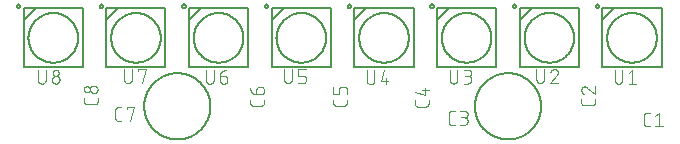
<source format=gbr>
G04 EAGLE Gerber RS-274X export*
G75*
%MOMM*%
%FSLAX34Y34*%
%LPD*%
%INSilkscreen Top*%
%IPPOS*%
%AMOC8*
5,1,8,0,0,1.08239X$1,22.5*%
G01*
%ADD10C,0.200000*%
%ADD11C,0.101600*%
%ADD12C,0.127000*%


D10*
X112000Y32000D02*
X112008Y32687D01*
X112034Y33374D01*
X112076Y34060D01*
X112135Y34744D01*
X112211Y35427D01*
X112303Y36108D01*
X112412Y36787D01*
X112538Y37463D01*
X112680Y38135D01*
X112839Y38803D01*
X113014Y39468D01*
X113206Y40128D01*
X113413Y40783D01*
X113637Y41433D01*
X113876Y42077D01*
X114131Y42715D01*
X114402Y43347D01*
X114688Y43972D01*
X114990Y44589D01*
X115306Y45199D01*
X115638Y45801D01*
X115984Y46395D01*
X116344Y46980D01*
X116719Y47556D01*
X117108Y48123D01*
X117510Y48680D01*
X117926Y49226D01*
X118356Y49763D01*
X118798Y50289D01*
X119253Y50804D01*
X119721Y51307D01*
X120201Y51799D01*
X120693Y52279D01*
X121196Y52747D01*
X121711Y53202D01*
X122237Y53644D01*
X122774Y54074D01*
X123320Y54490D01*
X123877Y54892D01*
X124444Y55281D01*
X125020Y55656D01*
X125605Y56016D01*
X126199Y56362D01*
X126801Y56694D01*
X127411Y57010D01*
X128028Y57312D01*
X128653Y57598D01*
X129285Y57869D01*
X129923Y58124D01*
X130567Y58363D01*
X131217Y58587D01*
X131872Y58794D01*
X132532Y58986D01*
X133197Y59161D01*
X133865Y59320D01*
X134537Y59462D01*
X135213Y59588D01*
X135892Y59697D01*
X136573Y59789D01*
X137256Y59865D01*
X137940Y59924D01*
X138626Y59966D01*
X139313Y59992D01*
X140000Y60000D01*
X140687Y59992D01*
X141374Y59966D01*
X142060Y59924D01*
X142744Y59865D01*
X143427Y59789D01*
X144108Y59697D01*
X144787Y59588D01*
X145463Y59462D01*
X146135Y59320D01*
X146803Y59161D01*
X147468Y58986D01*
X148128Y58794D01*
X148783Y58587D01*
X149433Y58363D01*
X150077Y58124D01*
X150715Y57869D01*
X151347Y57598D01*
X151972Y57312D01*
X152589Y57010D01*
X153199Y56694D01*
X153801Y56362D01*
X154395Y56016D01*
X154980Y55656D01*
X155556Y55281D01*
X156123Y54892D01*
X156680Y54490D01*
X157226Y54074D01*
X157763Y53644D01*
X158289Y53202D01*
X158804Y52747D01*
X159307Y52279D01*
X159799Y51799D01*
X160279Y51307D01*
X160747Y50804D01*
X161202Y50289D01*
X161644Y49763D01*
X162074Y49226D01*
X162490Y48680D01*
X162892Y48123D01*
X163281Y47556D01*
X163656Y46980D01*
X164016Y46395D01*
X164362Y45801D01*
X164694Y45199D01*
X165010Y44589D01*
X165312Y43972D01*
X165598Y43347D01*
X165869Y42715D01*
X166124Y42077D01*
X166363Y41433D01*
X166587Y40783D01*
X166794Y40128D01*
X166986Y39468D01*
X167161Y38803D01*
X167320Y38135D01*
X167462Y37463D01*
X167588Y36787D01*
X167697Y36108D01*
X167789Y35427D01*
X167865Y34744D01*
X167924Y34060D01*
X167966Y33374D01*
X167992Y32687D01*
X168000Y32000D01*
X167992Y31313D01*
X167966Y30626D01*
X167924Y29940D01*
X167865Y29256D01*
X167789Y28573D01*
X167697Y27892D01*
X167588Y27213D01*
X167462Y26537D01*
X167320Y25865D01*
X167161Y25197D01*
X166986Y24532D01*
X166794Y23872D01*
X166587Y23217D01*
X166363Y22567D01*
X166124Y21923D01*
X165869Y21285D01*
X165598Y20653D01*
X165312Y20028D01*
X165010Y19411D01*
X164694Y18801D01*
X164362Y18199D01*
X164016Y17605D01*
X163656Y17020D01*
X163281Y16444D01*
X162892Y15877D01*
X162490Y15320D01*
X162074Y14774D01*
X161644Y14237D01*
X161202Y13711D01*
X160747Y13196D01*
X160279Y12693D01*
X159799Y12201D01*
X159307Y11721D01*
X158804Y11253D01*
X158289Y10798D01*
X157763Y10356D01*
X157226Y9926D01*
X156680Y9510D01*
X156123Y9108D01*
X155556Y8719D01*
X154980Y8344D01*
X154395Y7984D01*
X153801Y7638D01*
X153199Y7306D01*
X152589Y6990D01*
X151972Y6688D01*
X151347Y6402D01*
X150715Y6131D01*
X150077Y5876D01*
X149433Y5637D01*
X148783Y5413D01*
X148128Y5206D01*
X147468Y5014D01*
X146803Y4839D01*
X146135Y4680D01*
X145463Y4538D01*
X144787Y4412D01*
X144108Y4303D01*
X143427Y4211D01*
X142744Y4135D01*
X142060Y4076D01*
X141374Y4034D01*
X140687Y4008D01*
X140000Y4000D01*
X139313Y4008D01*
X138626Y4034D01*
X137940Y4076D01*
X137256Y4135D01*
X136573Y4211D01*
X135892Y4303D01*
X135213Y4412D01*
X134537Y4538D01*
X133865Y4680D01*
X133197Y4839D01*
X132532Y5014D01*
X131872Y5206D01*
X131217Y5413D01*
X130567Y5637D01*
X129923Y5876D01*
X129285Y6131D01*
X128653Y6402D01*
X128028Y6688D01*
X127411Y6990D01*
X126801Y7306D01*
X126199Y7638D01*
X125605Y7984D01*
X125020Y8344D01*
X124444Y8719D01*
X123877Y9108D01*
X123320Y9510D01*
X122774Y9926D01*
X122237Y10356D01*
X121711Y10798D01*
X121196Y11253D01*
X120693Y11721D01*
X120201Y12201D01*
X119721Y12693D01*
X119253Y13196D01*
X118798Y13711D01*
X118356Y14237D01*
X117926Y14774D01*
X117510Y15320D01*
X117108Y15877D01*
X116719Y16444D01*
X116344Y17020D01*
X115984Y17605D01*
X115638Y18199D01*
X115306Y18801D01*
X114990Y19411D01*
X114688Y20028D01*
X114402Y20653D01*
X114131Y21285D01*
X113876Y21923D01*
X113637Y22567D01*
X113413Y23217D01*
X113206Y23872D01*
X113014Y24532D01*
X112839Y25197D01*
X112680Y25865D01*
X112538Y26537D01*
X112412Y27213D01*
X112303Y27892D01*
X112211Y28573D01*
X112135Y29256D01*
X112076Y29940D01*
X112034Y30626D01*
X112008Y31313D01*
X112000Y32000D01*
X392000Y32000D02*
X392008Y32687D01*
X392034Y33374D01*
X392076Y34060D01*
X392135Y34744D01*
X392211Y35427D01*
X392303Y36108D01*
X392412Y36787D01*
X392538Y37463D01*
X392680Y38135D01*
X392839Y38803D01*
X393014Y39468D01*
X393206Y40128D01*
X393413Y40783D01*
X393637Y41433D01*
X393876Y42077D01*
X394131Y42715D01*
X394402Y43347D01*
X394688Y43972D01*
X394990Y44589D01*
X395306Y45199D01*
X395638Y45801D01*
X395984Y46395D01*
X396344Y46980D01*
X396719Y47556D01*
X397108Y48123D01*
X397510Y48680D01*
X397926Y49226D01*
X398356Y49763D01*
X398798Y50289D01*
X399253Y50804D01*
X399721Y51307D01*
X400201Y51799D01*
X400693Y52279D01*
X401196Y52747D01*
X401711Y53202D01*
X402237Y53644D01*
X402774Y54074D01*
X403320Y54490D01*
X403877Y54892D01*
X404444Y55281D01*
X405020Y55656D01*
X405605Y56016D01*
X406199Y56362D01*
X406801Y56694D01*
X407411Y57010D01*
X408028Y57312D01*
X408653Y57598D01*
X409285Y57869D01*
X409923Y58124D01*
X410567Y58363D01*
X411217Y58587D01*
X411872Y58794D01*
X412532Y58986D01*
X413197Y59161D01*
X413865Y59320D01*
X414537Y59462D01*
X415213Y59588D01*
X415892Y59697D01*
X416573Y59789D01*
X417256Y59865D01*
X417940Y59924D01*
X418626Y59966D01*
X419313Y59992D01*
X420000Y60000D01*
X420687Y59992D01*
X421374Y59966D01*
X422060Y59924D01*
X422744Y59865D01*
X423427Y59789D01*
X424108Y59697D01*
X424787Y59588D01*
X425463Y59462D01*
X426135Y59320D01*
X426803Y59161D01*
X427468Y58986D01*
X428128Y58794D01*
X428783Y58587D01*
X429433Y58363D01*
X430077Y58124D01*
X430715Y57869D01*
X431347Y57598D01*
X431972Y57312D01*
X432589Y57010D01*
X433199Y56694D01*
X433801Y56362D01*
X434395Y56016D01*
X434980Y55656D01*
X435556Y55281D01*
X436123Y54892D01*
X436680Y54490D01*
X437226Y54074D01*
X437763Y53644D01*
X438289Y53202D01*
X438804Y52747D01*
X439307Y52279D01*
X439799Y51799D01*
X440279Y51307D01*
X440747Y50804D01*
X441202Y50289D01*
X441644Y49763D01*
X442074Y49226D01*
X442490Y48680D01*
X442892Y48123D01*
X443281Y47556D01*
X443656Y46980D01*
X444016Y46395D01*
X444362Y45801D01*
X444694Y45199D01*
X445010Y44589D01*
X445312Y43972D01*
X445598Y43347D01*
X445869Y42715D01*
X446124Y42077D01*
X446363Y41433D01*
X446587Y40783D01*
X446794Y40128D01*
X446986Y39468D01*
X447161Y38803D01*
X447320Y38135D01*
X447462Y37463D01*
X447588Y36787D01*
X447697Y36108D01*
X447789Y35427D01*
X447865Y34744D01*
X447924Y34060D01*
X447966Y33374D01*
X447992Y32687D01*
X448000Y32000D01*
X447992Y31313D01*
X447966Y30626D01*
X447924Y29940D01*
X447865Y29256D01*
X447789Y28573D01*
X447697Y27892D01*
X447588Y27213D01*
X447462Y26537D01*
X447320Y25865D01*
X447161Y25197D01*
X446986Y24532D01*
X446794Y23872D01*
X446587Y23217D01*
X446363Y22567D01*
X446124Y21923D01*
X445869Y21285D01*
X445598Y20653D01*
X445312Y20028D01*
X445010Y19411D01*
X444694Y18801D01*
X444362Y18199D01*
X444016Y17605D01*
X443656Y17020D01*
X443281Y16444D01*
X442892Y15877D01*
X442490Y15320D01*
X442074Y14774D01*
X441644Y14237D01*
X441202Y13711D01*
X440747Y13196D01*
X440279Y12693D01*
X439799Y12201D01*
X439307Y11721D01*
X438804Y11253D01*
X438289Y10798D01*
X437763Y10356D01*
X437226Y9926D01*
X436680Y9510D01*
X436123Y9108D01*
X435556Y8719D01*
X434980Y8344D01*
X434395Y7984D01*
X433801Y7638D01*
X433199Y7306D01*
X432589Y6990D01*
X431972Y6688D01*
X431347Y6402D01*
X430715Y6131D01*
X430077Y5876D01*
X429433Y5637D01*
X428783Y5413D01*
X428128Y5206D01*
X427468Y5014D01*
X426803Y4839D01*
X426135Y4680D01*
X425463Y4538D01*
X424787Y4412D01*
X424108Y4303D01*
X423427Y4211D01*
X422744Y4135D01*
X422060Y4076D01*
X421374Y4034D01*
X420687Y4008D01*
X420000Y4000D01*
X419313Y4008D01*
X418626Y4034D01*
X417940Y4076D01*
X417256Y4135D01*
X416573Y4211D01*
X415892Y4303D01*
X415213Y4412D01*
X414537Y4538D01*
X413865Y4680D01*
X413197Y4839D01*
X412532Y5014D01*
X411872Y5206D01*
X411217Y5413D01*
X410567Y5637D01*
X409923Y5876D01*
X409285Y6131D01*
X408653Y6402D01*
X408028Y6688D01*
X407411Y6990D01*
X406801Y7306D01*
X406199Y7638D01*
X405605Y7984D01*
X405020Y8344D01*
X404444Y8719D01*
X403877Y9108D01*
X403320Y9510D01*
X402774Y9926D01*
X402237Y10356D01*
X401711Y10798D01*
X401196Y11253D01*
X400693Y11721D01*
X400201Y12201D01*
X399721Y12693D01*
X399253Y13196D01*
X398798Y13711D01*
X398356Y14237D01*
X397926Y14774D01*
X397510Y15320D01*
X397108Y15877D01*
X396719Y16444D01*
X396344Y17020D01*
X395984Y17605D01*
X395638Y18199D01*
X395306Y18801D01*
X394990Y19411D01*
X394688Y20028D01*
X394402Y20653D01*
X394131Y21285D01*
X393876Y21923D01*
X393637Y22567D01*
X393413Y23217D01*
X393206Y23872D01*
X393014Y24532D01*
X392839Y25197D01*
X392680Y25865D01*
X392538Y26537D01*
X392412Y27213D01*
X392303Y27892D01*
X392211Y28573D01*
X392135Y29256D01*
X392076Y29940D01*
X392034Y30626D01*
X392008Y31313D01*
X392000Y32000D01*
D11*
X537789Y15058D02*
X540386Y15058D01*
X537789Y15058D02*
X537690Y15060D01*
X537590Y15066D01*
X537491Y15075D01*
X537393Y15088D01*
X537295Y15105D01*
X537197Y15126D01*
X537101Y15151D01*
X537006Y15179D01*
X536912Y15211D01*
X536819Y15246D01*
X536727Y15285D01*
X536637Y15328D01*
X536549Y15373D01*
X536462Y15423D01*
X536378Y15475D01*
X536295Y15531D01*
X536215Y15589D01*
X536137Y15651D01*
X536062Y15716D01*
X535989Y15784D01*
X535919Y15854D01*
X535851Y15927D01*
X535786Y16002D01*
X535724Y16080D01*
X535666Y16160D01*
X535610Y16243D01*
X535558Y16327D01*
X535508Y16414D01*
X535463Y16502D01*
X535420Y16592D01*
X535381Y16684D01*
X535346Y16777D01*
X535314Y16871D01*
X535286Y16966D01*
X535261Y17062D01*
X535240Y17160D01*
X535223Y17258D01*
X535210Y17356D01*
X535201Y17455D01*
X535195Y17555D01*
X535193Y17654D01*
X535193Y24146D01*
X535195Y24245D01*
X535201Y24345D01*
X535210Y24444D01*
X535223Y24542D01*
X535240Y24640D01*
X535261Y24738D01*
X535286Y24834D01*
X535314Y24929D01*
X535346Y25023D01*
X535381Y25116D01*
X535420Y25208D01*
X535463Y25298D01*
X535508Y25386D01*
X535558Y25473D01*
X535610Y25557D01*
X535666Y25640D01*
X535724Y25720D01*
X535786Y25798D01*
X535851Y25873D01*
X535919Y25946D01*
X535989Y26016D01*
X536062Y26084D01*
X536137Y26149D01*
X536215Y26211D01*
X536295Y26269D01*
X536378Y26325D01*
X536462Y26377D01*
X536549Y26427D01*
X536637Y26472D01*
X536727Y26515D01*
X536819Y26554D01*
X536911Y26589D01*
X537006Y26621D01*
X537101Y26649D01*
X537197Y26674D01*
X537295Y26695D01*
X537393Y26712D01*
X537491Y26725D01*
X537590Y26734D01*
X537690Y26740D01*
X537789Y26742D01*
X540386Y26742D01*
X544751Y24146D02*
X547996Y26742D01*
X547996Y15058D01*
X544751Y15058D02*
X551242Y15058D01*
X493742Y35354D02*
X493742Y37951D01*
X493742Y35354D02*
X493740Y35255D01*
X493734Y35155D01*
X493725Y35056D01*
X493712Y34958D01*
X493695Y34860D01*
X493674Y34762D01*
X493649Y34666D01*
X493621Y34571D01*
X493589Y34477D01*
X493554Y34384D01*
X493515Y34292D01*
X493472Y34202D01*
X493427Y34114D01*
X493377Y34027D01*
X493325Y33943D01*
X493269Y33860D01*
X493211Y33780D01*
X493149Y33702D01*
X493084Y33627D01*
X493016Y33554D01*
X492946Y33484D01*
X492873Y33416D01*
X492798Y33351D01*
X492720Y33289D01*
X492640Y33231D01*
X492557Y33175D01*
X492473Y33123D01*
X492386Y33073D01*
X492298Y33028D01*
X492208Y32985D01*
X492116Y32946D01*
X492023Y32911D01*
X491929Y32879D01*
X491834Y32851D01*
X491738Y32826D01*
X491640Y32805D01*
X491542Y32788D01*
X491444Y32775D01*
X491345Y32766D01*
X491245Y32760D01*
X491146Y32758D01*
X484654Y32758D01*
X484555Y32760D01*
X484455Y32766D01*
X484356Y32775D01*
X484258Y32788D01*
X484160Y32806D01*
X484062Y32826D01*
X483966Y32851D01*
X483870Y32879D01*
X483776Y32911D01*
X483683Y32946D01*
X483592Y32985D01*
X483502Y33028D01*
X483413Y33073D01*
X483327Y33123D01*
X483242Y33175D01*
X483160Y33231D01*
X483080Y33290D01*
X483002Y33351D01*
X482926Y33416D01*
X482853Y33484D01*
X482783Y33554D01*
X482715Y33627D01*
X482650Y33703D01*
X482589Y33781D01*
X482530Y33861D01*
X482474Y33943D01*
X482422Y34028D01*
X482373Y34114D01*
X482327Y34203D01*
X482284Y34293D01*
X482245Y34384D01*
X482210Y34477D01*
X482178Y34571D01*
X482150Y34667D01*
X482125Y34763D01*
X482105Y34861D01*
X482087Y34959D01*
X482074Y35057D01*
X482065Y35156D01*
X482059Y35255D01*
X482057Y35355D01*
X482058Y35354D02*
X482058Y37951D01*
X482058Y45886D02*
X482060Y45993D01*
X482066Y46099D01*
X482076Y46205D01*
X482089Y46311D01*
X482107Y46417D01*
X482128Y46521D01*
X482153Y46625D01*
X482182Y46728D01*
X482214Y46829D01*
X482251Y46929D01*
X482291Y47028D01*
X482334Y47126D01*
X482381Y47222D01*
X482432Y47316D01*
X482486Y47408D01*
X482543Y47498D01*
X482603Y47586D01*
X482667Y47671D01*
X482734Y47754D01*
X482804Y47835D01*
X482876Y47913D01*
X482952Y47989D01*
X483030Y48061D01*
X483111Y48131D01*
X483194Y48198D01*
X483279Y48262D01*
X483367Y48322D01*
X483457Y48379D01*
X483549Y48433D01*
X483643Y48484D01*
X483739Y48531D01*
X483837Y48574D01*
X483936Y48614D01*
X484036Y48651D01*
X484137Y48683D01*
X484240Y48712D01*
X484344Y48737D01*
X484448Y48758D01*
X484554Y48776D01*
X484660Y48789D01*
X484766Y48799D01*
X484872Y48805D01*
X484979Y48807D01*
X482058Y45886D02*
X482060Y45765D01*
X482066Y45644D01*
X482076Y45524D01*
X482089Y45403D01*
X482107Y45284D01*
X482128Y45164D01*
X482153Y45046D01*
X482182Y44929D01*
X482215Y44812D01*
X482251Y44697D01*
X482292Y44583D01*
X482335Y44470D01*
X482383Y44358D01*
X482434Y44249D01*
X482489Y44141D01*
X482547Y44034D01*
X482608Y43930D01*
X482673Y43828D01*
X482741Y43728D01*
X482812Y43630D01*
X482886Y43534D01*
X482963Y43441D01*
X483044Y43351D01*
X483127Y43263D01*
X483213Y43178D01*
X483302Y43095D01*
X483393Y43016D01*
X483487Y42939D01*
X483583Y42866D01*
X483681Y42796D01*
X483782Y42729D01*
X483885Y42665D01*
X483990Y42605D01*
X484097Y42547D01*
X484205Y42494D01*
X484315Y42444D01*
X484427Y42398D01*
X484540Y42355D01*
X484655Y42316D01*
X487251Y47833D02*
X487173Y47912D01*
X487093Y47988D01*
X487010Y48061D01*
X486924Y48131D01*
X486837Y48198D01*
X486746Y48262D01*
X486654Y48322D01*
X486560Y48380D01*
X486463Y48434D01*
X486365Y48484D01*
X486265Y48531D01*
X486164Y48575D01*
X486061Y48615D01*
X485956Y48651D01*
X485851Y48683D01*
X485744Y48712D01*
X485637Y48737D01*
X485528Y48759D01*
X485419Y48776D01*
X485310Y48790D01*
X485200Y48799D01*
X485089Y48805D01*
X484979Y48807D01*
X487251Y47834D02*
X493742Y42316D01*
X493742Y48807D01*
X374951Y16258D02*
X372354Y16258D01*
X372255Y16260D01*
X372155Y16266D01*
X372056Y16275D01*
X371958Y16288D01*
X371860Y16305D01*
X371762Y16326D01*
X371666Y16351D01*
X371571Y16379D01*
X371477Y16411D01*
X371384Y16446D01*
X371292Y16485D01*
X371202Y16528D01*
X371114Y16573D01*
X371027Y16623D01*
X370943Y16675D01*
X370860Y16731D01*
X370780Y16789D01*
X370702Y16851D01*
X370627Y16916D01*
X370554Y16984D01*
X370484Y17054D01*
X370416Y17127D01*
X370351Y17202D01*
X370289Y17280D01*
X370231Y17360D01*
X370175Y17443D01*
X370123Y17527D01*
X370073Y17614D01*
X370028Y17702D01*
X369985Y17792D01*
X369946Y17884D01*
X369911Y17977D01*
X369879Y18071D01*
X369851Y18166D01*
X369826Y18262D01*
X369805Y18360D01*
X369788Y18458D01*
X369775Y18556D01*
X369766Y18655D01*
X369760Y18755D01*
X369758Y18854D01*
X369758Y25346D01*
X369760Y25445D01*
X369766Y25545D01*
X369775Y25644D01*
X369788Y25742D01*
X369805Y25840D01*
X369826Y25938D01*
X369851Y26034D01*
X369879Y26129D01*
X369911Y26223D01*
X369946Y26316D01*
X369985Y26408D01*
X370028Y26498D01*
X370073Y26586D01*
X370123Y26673D01*
X370175Y26757D01*
X370231Y26840D01*
X370289Y26920D01*
X370351Y26998D01*
X370416Y27073D01*
X370484Y27146D01*
X370554Y27216D01*
X370627Y27284D01*
X370702Y27349D01*
X370780Y27411D01*
X370860Y27469D01*
X370943Y27525D01*
X371027Y27577D01*
X371114Y27627D01*
X371202Y27672D01*
X371292Y27715D01*
X371384Y27754D01*
X371476Y27789D01*
X371571Y27821D01*
X371666Y27849D01*
X371762Y27874D01*
X371860Y27895D01*
X371958Y27912D01*
X372056Y27925D01*
X372155Y27934D01*
X372255Y27940D01*
X372354Y27942D01*
X374951Y27942D01*
X379316Y16258D02*
X382562Y16258D01*
X382675Y16260D01*
X382788Y16266D01*
X382901Y16276D01*
X383014Y16290D01*
X383126Y16307D01*
X383237Y16329D01*
X383347Y16354D01*
X383457Y16384D01*
X383565Y16417D01*
X383672Y16454D01*
X383778Y16494D01*
X383882Y16539D01*
X383985Y16587D01*
X384086Y16638D01*
X384185Y16693D01*
X384282Y16751D01*
X384377Y16813D01*
X384470Y16878D01*
X384560Y16946D01*
X384648Y17017D01*
X384734Y17092D01*
X384817Y17169D01*
X384897Y17249D01*
X384974Y17332D01*
X385049Y17418D01*
X385120Y17506D01*
X385188Y17596D01*
X385253Y17689D01*
X385315Y17784D01*
X385373Y17881D01*
X385428Y17980D01*
X385479Y18081D01*
X385527Y18184D01*
X385572Y18288D01*
X385612Y18394D01*
X385649Y18501D01*
X385682Y18609D01*
X385712Y18719D01*
X385737Y18829D01*
X385759Y18940D01*
X385776Y19052D01*
X385790Y19165D01*
X385800Y19278D01*
X385806Y19391D01*
X385808Y19504D01*
X385806Y19617D01*
X385800Y19730D01*
X385790Y19843D01*
X385776Y19956D01*
X385759Y20068D01*
X385737Y20179D01*
X385712Y20289D01*
X385682Y20399D01*
X385649Y20507D01*
X385612Y20614D01*
X385572Y20720D01*
X385527Y20824D01*
X385479Y20927D01*
X385428Y21028D01*
X385373Y21127D01*
X385315Y21224D01*
X385253Y21319D01*
X385188Y21412D01*
X385120Y21502D01*
X385049Y21590D01*
X384974Y21676D01*
X384897Y21759D01*
X384817Y21839D01*
X384734Y21916D01*
X384648Y21991D01*
X384560Y22062D01*
X384470Y22130D01*
X384377Y22195D01*
X384282Y22257D01*
X384185Y22315D01*
X384086Y22370D01*
X383985Y22421D01*
X383882Y22469D01*
X383778Y22514D01*
X383672Y22554D01*
X383565Y22591D01*
X383457Y22624D01*
X383347Y22654D01*
X383237Y22679D01*
X383126Y22701D01*
X383014Y22718D01*
X382901Y22732D01*
X382788Y22742D01*
X382675Y22748D01*
X382562Y22750D01*
X383211Y27942D02*
X379316Y27942D01*
X383211Y27942D02*
X383312Y27940D01*
X383412Y27934D01*
X383512Y27924D01*
X383612Y27911D01*
X383711Y27893D01*
X383810Y27872D01*
X383907Y27847D01*
X384004Y27818D01*
X384099Y27785D01*
X384193Y27749D01*
X384285Y27709D01*
X384376Y27666D01*
X384465Y27619D01*
X384552Y27569D01*
X384638Y27515D01*
X384721Y27458D01*
X384801Y27398D01*
X384880Y27335D01*
X384956Y27268D01*
X385029Y27199D01*
X385099Y27127D01*
X385167Y27053D01*
X385232Y26976D01*
X385293Y26896D01*
X385352Y26814D01*
X385407Y26730D01*
X385459Y26644D01*
X385508Y26556D01*
X385553Y26466D01*
X385595Y26374D01*
X385633Y26281D01*
X385667Y26186D01*
X385698Y26091D01*
X385725Y25994D01*
X385748Y25896D01*
X385768Y25797D01*
X385783Y25697D01*
X385795Y25597D01*
X385803Y25497D01*
X385807Y25396D01*
X385807Y25296D01*
X385803Y25195D01*
X385795Y25095D01*
X385783Y24995D01*
X385768Y24895D01*
X385748Y24796D01*
X385725Y24698D01*
X385698Y24601D01*
X385667Y24506D01*
X385633Y24411D01*
X385595Y24318D01*
X385553Y24226D01*
X385508Y24136D01*
X385459Y24048D01*
X385407Y23962D01*
X385352Y23878D01*
X385293Y23796D01*
X385232Y23716D01*
X385167Y23639D01*
X385099Y23565D01*
X385029Y23493D01*
X384956Y23424D01*
X384880Y23357D01*
X384801Y23294D01*
X384721Y23234D01*
X384638Y23177D01*
X384552Y23123D01*
X384465Y23073D01*
X384376Y23026D01*
X384285Y22983D01*
X384193Y22943D01*
X384099Y22907D01*
X384004Y22874D01*
X383907Y22845D01*
X383810Y22820D01*
X383711Y22799D01*
X383612Y22781D01*
X383512Y22768D01*
X383412Y22758D01*
X383312Y22752D01*
X383211Y22750D01*
X383211Y22749D02*
X380614Y22749D01*
X352742Y34354D02*
X352742Y36951D01*
X352742Y34354D02*
X352740Y34255D01*
X352734Y34155D01*
X352725Y34056D01*
X352712Y33958D01*
X352695Y33860D01*
X352674Y33762D01*
X352649Y33666D01*
X352621Y33571D01*
X352589Y33477D01*
X352554Y33384D01*
X352515Y33292D01*
X352472Y33202D01*
X352427Y33114D01*
X352377Y33027D01*
X352325Y32943D01*
X352269Y32860D01*
X352211Y32780D01*
X352149Y32702D01*
X352084Y32627D01*
X352016Y32554D01*
X351946Y32484D01*
X351873Y32416D01*
X351798Y32351D01*
X351720Y32289D01*
X351640Y32231D01*
X351557Y32175D01*
X351473Y32123D01*
X351386Y32073D01*
X351298Y32028D01*
X351208Y31985D01*
X351116Y31946D01*
X351023Y31911D01*
X350929Y31879D01*
X350834Y31851D01*
X350738Y31826D01*
X350640Y31805D01*
X350542Y31788D01*
X350444Y31775D01*
X350345Y31766D01*
X350245Y31760D01*
X350146Y31758D01*
X343654Y31758D01*
X343555Y31760D01*
X343455Y31766D01*
X343356Y31775D01*
X343258Y31788D01*
X343160Y31806D01*
X343062Y31826D01*
X342966Y31851D01*
X342870Y31879D01*
X342776Y31911D01*
X342683Y31946D01*
X342592Y31985D01*
X342502Y32028D01*
X342413Y32073D01*
X342327Y32123D01*
X342242Y32175D01*
X342160Y32231D01*
X342080Y32290D01*
X342002Y32351D01*
X341926Y32416D01*
X341853Y32484D01*
X341783Y32554D01*
X341715Y32627D01*
X341650Y32703D01*
X341589Y32781D01*
X341530Y32861D01*
X341474Y32943D01*
X341422Y33028D01*
X341373Y33114D01*
X341327Y33203D01*
X341284Y33293D01*
X341245Y33384D01*
X341210Y33477D01*
X341178Y33571D01*
X341150Y33667D01*
X341125Y33763D01*
X341105Y33861D01*
X341087Y33959D01*
X341074Y34057D01*
X341065Y34156D01*
X341059Y34255D01*
X341057Y34355D01*
X341058Y34354D02*
X341058Y36951D01*
X341058Y43913D02*
X350146Y41316D01*
X350146Y47807D01*
X347549Y45860D02*
X352742Y45860D01*
X283542Y37751D02*
X283542Y35154D01*
X283540Y35055D01*
X283534Y34955D01*
X283525Y34856D01*
X283512Y34758D01*
X283495Y34660D01*
X283474Y34562D01*
X283449Y34466D01*
X283421Y34371D01*
X283389Y34277D01*
X283354Y34184D01*
X283315Y34092D01*
X283272Y34002D01*
X283227Y33914D01*
X283177Y33827D01*
X283125Y33743D01*
X283069Y33660D01*
X283011Y33580D01*
X282949Y33502D01*
X282884Y33427D01*
X282816Y33354D01*
X282746Y33284D01*
X282673Y33216D01*
X282598Y33151D01*
X282520Y33089D01*
X282440Y33031D01*
X282357Y32975D01*
X282273Y32923D01*
X282186Y32873D01*
X282098Y32828D01*
X282008Y32785D01*
X281916Y32746D01*
X281823Y32711D01*
X281729Y32679D01*
X281634Y32651D01*
X281538Y32626D01*
X281440Y32605D01*
X281342Y32588D01*
X281244Y32575D01*
X281145Y32566D01*
X281045Y32560D01*
X280946Y32558D01*
X274454Y32558D01*
X274355Y32560D01*
X274255Y32566D01*
X274156Y32575D01*
X274058Y32588D01*
X273960Y32606D01*
X273862Y32626D01*
X273766Y32651D01*
X273670Y32679D01*
X273576Y32711D01*
X273483Y32746D01*
X273392Y32785D01*
X273302Y32828D01*
X273213Y32873D01*
X273127Y32923D01*
X273042Y32975D01*
X272960Y33031D01*
X272880Y33090D01*
X272802Y33151D01*
X272726Y33216D01*
X272653Y33284D01*
X272583Y33354D01*
X272515Y33427D01*
X272450Y33503D01*
X272389Y33581D01*
X272330Y33661D01*
X272274Y33743D01*
X272222Y33828D01*
X272173Y33914D01*
X272127Y34003D01*
X272084Y34093D01*
X272045Y34184D01*
X272010Y34277D01*
X271978Y34371D01*
X271950Y34467D01*
X271925Y34563D01*
X271905Y34661D01*
X271887Y34759D01*
X271874Y34857D01*
X271865Y34956D01*
X271859Y35055D01*
X271857Y35155D01*
X271858Y35154D02*
X271858Y37751D01*
X283542Y42116D02*
X283542Y46011D01*
X283540Y46110D01*
X283534Y46210D01*
X283525Y46309D01*
X283512Y46407D01*
X283495Y46505D01*
X283474Y46603D01*
X283449Y46699D01*
X283421Y46794D01*
X283389Y46888D01*
X283354Y46981D01*
X283315Y47073D01*
X283272Y47163D01*
X283227Y47251D01*
X283177Y47338D01*
X283125Y47422D01*
X283069Y47505D01*
X283011Y47585D01*
X282949Y47663D01*
X282884Y47738D01*
X282816Y47811D01*
X282746Y47881D01*
X282673Y47949D01*
X282598Y48014D01*
X282520Y48076D01*
X282440Y48134D01*
X282357Y48190D01*
X282273Y48242D01*
X282186Y48292D01*
X282098Y48337D01*
X282008Y48380D01*
X281916Y48419D01*
X281823Y48454D01*
X281729Y48486D01*
X281634Y48514D01*
X281538Y48539D01*
X281440Y48560D01*
X281342Y48577D01*
X281244Y48590D01*
X281145Y48599D01*
X281045Y48605D01*
X280946Y48607D01*
X279647Y48607D01*
X279548Y48605D01*
X279448Y48599D01*
X279349Y48590D01*
X279251Y48577D01*
X279153Y48560D01*
X279055Y48539D01*
X278959Y48514D01*
X278864Y48486D01*
X278770Y48454D01*
X278677Y48419D01*
X278585Y48380D01*
X278495Y48337D01*
X278407Y48292D01*
X278320Y48242D01*
X278236Y48190D01*
X278153Y48134D01*
X278073Y48076D01*
X277995Y48014D01*
X277920Y47949D01*
X277847Y47881D01*
X277777Y47811D01*
X277709Y47738D01*
X277644Y47663D01*
X277582Y47585D01*
X277524Y47505D01*
X277468Y47422D01*
X277416Y47338D01*
X277366Y47251D01*
X277321Y47163D01*
X277278Y47073D01*
X277239Y46981D01*
X277204Y46888D01*
X277172Y46794D01*
X277144Y46699D01*
X277119Y46603D01*
X277098Y46505D01*
X277081Y46407D01*
X277068Y46309D01*
X277059Y46210D01*
X277053Y46110D01*
X277051Y46011D01*
X277051Y42116D01*
X271858Y42116D01*
X271858Y48607D01*
X213542Y37751D02*
X213542Y35154D01*
X213540Y35055D01*
X213534Y34955D01*
X213525Y34856D01*
X213512Y34758D01*
X213495Y34660D01*
X213474Y34562D01*
X213449Y34466D01*
X213421Y34371D01*
X213389Y34277D01*
X213354Y34184D01*
X213315Y34092D01*
X213272Y34002D01*
X213227Y33914D01*
X213177Y33827D01*
X213125Y33743D01*
X213069Y33660D01*
X213011Y33580D01*
X212949Y33502D01*
X212884Y33427D01*
X212816Y33354D01*
X212746Y33284D01*
X212673Y33216D01*
X212598Y33151D01*
X212520Y33089D01*
X212440Y33031D01*
X212357Y32975D01*
X212273Y32923D01*
X212186Y32873D01*
X212098Y32828D01*
X212008Y32785D01*
X211916Y32746D01*
X211823Y32711D01*
X211729Y32679D01*
X211634Y32651D01*
X211538Y32626D01*
X211440Y32605D01*
X211342Y32588D01*
X211244Y32575D01*
X211145Y32566D01*
X211045Y32560D01*
X210946Y32558D01*
X204454Y32558D01*
X204355Y32560D01*
X204255Y32566D01*
X204156Y32575D01*
X204058Y32588D01*
X203960Y32606D01*
X203862Y32626D01*
X203766Y32651D01*
X203670Y32679D01*
X203576Y32711D01*
X203483Y32746D01*
X203392Y32785D01*
X203302Y32828D01*
X203213Y32873D01*
X203127Y32923D01*
X203042Y32975D01*
X202960Y33031D01*
X202880Y33090D01*
X202802Y33151D01*
X202726Y33216D01*
X202653Y33284D01*
X202583Y33354D01*
X202515Y33427D01*
X202450Y33503D01*
X202389Y33581D01*
X202330Y33661D01*
X202274Y33743D01*
X202222Y33828D01*
X202173Y33914D01*
X202127Y34003D01*
X202084Y34093D01*
X202045Y34184D01*
X202010Y34277D01*
X201978Y34371D01*
X201950Y34467D01*
X201925Y34563D01*
X201905Y34661D01*
X201887Y34759D01*
X201874Y34857D01*
X201865Y34956D01*
X201859Y35055D01*
X201857Y35155D01*
X201858Y35154D02*
X201858Y37751D01*
X207051Y42116D02*
X207051Y46011D01*
X207053Y46110D01*
X207059Y46210D01*
X207068Y46309D01*
X207081Y46407D01*
X207098Y46505D01*
X207119Y46603D01*
X207144Y46699D01*
X207172Y46794D01*
X207204Y46888D01*
X207239Y46981D01*
X207278Y47073D01*
X207321Y47163D01*
X207366Y47251D01*
X207416Y47338D01*
X207468Y47422D01*
X207524Y47505D01*
X207582Y47585D01*
X207644Y47663D01*
X207709Y47738D01*
X207777Y47811D01*
X207847Y47881D01*
X207920Y47949D01*
X207995Y48014D01*
X208073Y48076D01*
X208153Y48134D01*
X208236Y48190D01*
X208320Y48242D01*
X208407Y48292D01*
X208495Y48337D01*
X208585Y48380D01*
X208677Y48419D01*
X208770Y48454D01*
X208864Y48486D01*
X208959Y48514D01*
X209055Y48539D01*
X209153Y48560D01*
X209251Y48577D01*
X209349Y48590D01*
X209448Y48599D01*
X209548Y48605D01*
X209647Y48607D01*
X210296Y48607D01*
X210296Y48608D02*
X210409Y48606D01*
X210522Y48600D01*
X210635Y48590D01*
X210748Y48576D01*
X210860Y48559D01*
X210971Y48537D01*
X211081Y48512D01*
X211191Y48482D01*
X211299Y48449D01*
X211406Y48412D01*
X211512Y48372D01*
X211616Y48327D01*
X211719Y48279D01*
X211820Y48228D01*
X211919Y48173D01*
X212016Y48115D01*
X212111Y48053D01*
X212204Y47988D01*
X212294Y47920D01*
X212382Y47849D01*
X212468Y47774D01*
X212551Y47697D01*
X212631Y47617D01*
X212708Y47534D01*
X212783Y47448D01*
X212854Y47360D01*
X212922Y47270D01*
X212987Y47177D01*
X213049Y47082D01*
X213107Y46985D01*
X213162Y46886D01*
X213213Y46785D01*
X213261Y46682D01*
X213306Y46578D01*
X213346Y46472D01*
X213383Y46365D01*
X213416Y46257D01*
X213446Y46147D01*
X213471Y46037D01*
X213493Y45926D01*
X213510Y45814D01*
X213524Y45701D01*
X213534Y45588D01*
X213540Y45475D01*
X213542Y45362D01*
X213540Y45249D01*
X213534Y45136D01*
X213524Y45023D01*
X213510Y44910D01*
X213493Y44798D01*
X213471Y44687D01*
X213446Y44577D01*
X213416Y44467D01*
X213383Y44359D01*
X213346Y44252D01*
X213306Y44146D01*
X213261Y44042D01*
X213213Y43939D01*
X213162Y43838D01*
X213107Y43739D01*
X213049Y43642D01*
X212987Y43547D01*
X212922Y43454D01*
X212854Y43364D01*
X212783Y43276D01*
X212708Y43190D01*
X212631Y43107D01*
X212551Y43027D01*
X212468Y42950D01*
X212382Y42875D01*
X212294Y42804D01*
X212204Y42736D01*
X212111Y42671D01*
X212016Y42609D01*
X211919Y42551D01*
X211820Y42496D01*
X211719Y42445D01*
X211616Y42397D01*
X211512Y42352D01*
X211406Y42312D01*
X211299Y42275D01*
X211191Y42242D01*
X211081Y42212D01*
X210971Y42187D01*
X210860Y42165D01*
X210748Y42148D01*
X210635Y42134D01*
X210522Y42124D01*
X210409Y42118D01*
X210296Y42116D01*
X207051Y42116D01*
X206908Y42118D01*
X206765Y42124D01*
X206622Y42134D01*
X206480Y42148D01*
X206338Y42165D01*
X206196Y42187D01*
X206055Y42212D01*
X205915Y42242D01*
X205776Y42275D01*
X205638Y42312D01*
X205501Y42353D01*
X205365Y42397D01*
X205230Y42446D01*
X205097Y42498D01*
X204965Y42553D01*
X204835Y42613D01*
X204706Y42676D01*
X204579Y42742D01*
X204455Y42812D01*
X204332Y42885D01*
X204211Y42962D01*
X204092Y43041D01*
X203976Y43125D01*
X203861Y43211D01*
X203750Y43300D01*
X203641Y43393D01*
X203534Y43488D01*
X203430Y43587D01*
X203329Y43688D01*
X203230Y43792D01*
X203135Y43898D01*
X203042Y44008D01*
X202953Y44119D01*
X202867Y44233D01*
X202784Y44350D01*
X202704Y44469D01*
X202627Y44590D01*
X202554Y44712D01*
X202484Y44837D01*
X202418Y44964D01*
X202355Y45093D01*
X202295Y45223D01*
X202240Y45355D01*
X202188Y45488D01*
X202139Y45623D01*
X202095Y45759D01*
X202054Y45896D01*
X202017Y46034D01*
X201984Y46173D01*
X201954Y46313D01*
X201929Y46454D01*
X201907Y46596D01*
X201890Y46738D01*
X201876Y46880D01*
X201866Y47023D01*
X201860Y47166D01*
X201858Y47309D01*
X92751Y19458D02*
X90154Y19458D01*
X90055Y19460D01*
X89955Y19466D01*
X89856Y19475D01*
X89758Y19488D01*
X89660Y19505D01*
X89562Y19526D01*
X89466Y19551D01*
X89371Y19579D01*
X89277Y19611D01*
X89184Y19646D01*
X89092Y19685D01*
X89002Y19728D01*
X88914Y19773D01*
X88827Y19823D01*
X88743Y19875D01*
X88660Y19931D01*
X88580Y19989D01*
X88502Y20051D01*
X88427Y20116D01*
X88354Y20184D01*
X88284Y20254D01*
X88216Y20327D01*
X88151Y20402D01*
X88089Y20480D01*
X88031Y20560D01*
X87975Y20643D01*
X87923Y20727D01*
X87873Y20814D01*
X87828Y20902D01*
X87785Y20992D01*
X87746Y21084D01*
X87711Y21177D01*
X87679Y21271D01*
X87651Y21366D01*
X87626Y21462D01*
X87605Y21560D01*
X87588Y21658D01*
X87575Y21756D01*
X87566Y21855D01*
X87560Y21955D01*
X87558Y22054D01*
X87558Y28546D01*
X87560Y28645D01*
X87566Y28745D01*
X87575Y28844D01*
X87588Y28942D01*
X87605Y29040D01*
X87626Y29138D01*
X87651Y29234D01*
X87679Y29329D01*
X87711Y29423D01*
X87746Y29516D01*
X87785Y29608D01*
X87828Y29698D01*
X87873Y29786D01*
X87923Y29873D01*
X87975Y29957D01*
X88031Y30040D01*
X88089Y30120D01*
X88151Y30198D01*
X88216Y30273D01*
X88284Y30346D01*
X88354Y30416D01*
X88427Y30484D01*
X88502Y30549D01*
X88580Y30611D01*
X88660Y30669D01*
X88743Y30725D01*
X88827Y30777D01*
X88914Y30827D01*
X89002Y30872D01*
X89092Y30915D01*
X89184Y30954D01*
X89276Y30989D01*
X89371Y31021D01*
X89466Y31049D01*
X89562Y31074D01*
X89660Y31095D01*
X89758Y31112D01*
X89856Y31125D01*
X89955Y31134D01*
X90055Y31140D01*
X90154Y31142D01*
X92751Y31142D01*
X97116Y31142D02*
X97116Y29844D01*
X97116Y31142D02*
X103607Y31142D01*
X100362Y19458D01*
X72542Y36154D02*
X72542Y38751D01*
X72542Y36154D02*
X72540Y36055D01*
X72534Y35955D01*
X72525Y35856D01*
X72512Y35758D01*
X72495Y35660D01*
X72474Y35562D01*
X72449Y35466D01*
X72421Y35371D01*
X72389Y35277D01*
X72354Y35184D01*
X72315Y35092D01*
X72272Y35002D01*
X72227Y34914D01*
X72177Y34827D01*
X72125Y34743D01*
X72069Y34660D01*
X72011Y34580D01*
X71949Y34502D01*
X71884Y34427D01*
X71816Y34354D01*
X71746Y34284D01*
X71673Y34216D01*
X71598Y34151D01*
X71520Y34089D01*
X71440Y34031D01*
X71357Y33975D01*
X71273Y33923D01*
X71186Y33873D01*
X71098Y33828D01*
X71008Y33785D01*
X70916Y33746D01*
X70823Y33711D01*
X70729Y33679D01*
X70634Y33651D01*
X70538Y33626D01*
X70440Y33605D01*
X70342Y33588D01*
X70244Y33575D01*
X70145Y33566D01*
X70045Y33560D01*
X69946Y33558D01*
X63454Y33558D01*
X63355Y33560D01*
X63255Y33566D01*
X63156Y33575D01*
X63058Y33588D01*
X62960Y33606D01*
X62862Y33626D01*
X62766Y33651D01*
X62670Y33679D01*
X62576Y33711D01*
X62483Y33746D01*
X62392Y33785D01*
X62302Y33828D01*
X62213Y33873D01*
X62127Y33923D01*
X62042Y33975D01*
X61960Y34031D01*
X61880Y34090D01*
X61802Y34151D01*
X61726Y34216D01*
X61653Y34284D01*
X61583Y34354D01*
X61515Y34427D01*
X61450Y34503D01*
X61389Y34581D01*
X61330Y34661D01*
X61274Y34743D01*
X61222Y34828D01*
X61173Y34914D01*
X61127Y35003D01*
X61084Y35093D01*
X61045Y35184D01*
X61010Y35277D01*
X60978Y35371D01*
X60950Y35467D01*
X60925Y35563D01*
X60905Y35661D01*
X60887Y35759D01*
X60874Y35857D01*
X60865Y35956D01*
X60859Y36055D01*
X60857Y36155D01*
X60858Y36154D02*
X60858Y38751D01*
X69296Y43116D02*
X69183Y43118D01*
X69070Y43124D01*
X68957Y43134D01*
X68844Y43148D01*
X68732Y43165D01*
X68621Y43187D01*
X68511Y43212D01*
X68401Y43242D01*
X68293Y43275D01*
X68186Y43312D01*
X68080Y43352D01*
X67976Y43397D01*
X67873Y43445D01*
X67772Y43496D01*
X67673Y43551D01*
X67576Y43609D01*
X67481Y43671D01*
X67388Y43736D01*
X67298Y43804D01*
X67210Y43875D01*
X67124Y43950D01*
X67041Y44027D01*
X66961Y44107D01*
X66884Y44190D01*
X66809Y44276D01*
X66738Y44364D01*
X66670Y44454D01*
X66605Y44547D01*
X66543Y44642D01*
X66485Y44739D01*
X66430Y44838D01*
X66379Y44939D01*
X66331Y45042D01*
X66286Y45146D01*
X66246Y45252D01*
X66209Y45359D01*
X66176Y45467D01*
X66146Y45577D01*
X66121Y45687D01*
X66099Y45798D01*
X66082Y45910D01*
X66068Y46023D01*
X66058Y46136D01*
X66052Y46249D01*
X66050Y46362D01*
X66052Y46475D01*
X66058Y46588D01*
X66068Y46701D01*
X66082Y46814D01*
X66099Y46926D01*
X66121Y47037D01*
X66146Y47147D01*
X66176Y47257D01*
X66209Y47365D01*
X66246Y47472D01*
X66286Y47578D01*
X66331Y47682D01*
X66379Y47785D01*
X66430Y47886D01*
X66485Y47985D01*
X66543Y48082D01*
X66605Y48177D01*
X66670Y48270D01*
X66738Y48360D01*
X66809Y48448D01*
X66884Y48534D01*
X66961Y48617D01*
X67041Y48697D01*
X67124Y48774D01*
X67210Y48849D01*
X67298Y48920D01*
X67388Y48988D01*
X67481Y49053D01*
X67576Y49115D01*
X67673Y49173D01*
X67772Y49228D01*
X67873Y49279D01*
X67976Y49327D01*
X68080Y49372D01*
X68186Y49412D01*
X68293Y49449D01*
X68401Y49482D01*
X68511Y49512D01*
X68621Y49537D01*
X68732Y49559D01*
X68844Y49576D01*
X68957Y49590D01*
X69070Y49600D01*
X69183Y49606D01*
X69296Y49608D01*
X69409Y49606D01*
X69522Y49600D01*
X69635Y49590D01*
X69748Y49576D01*
X69860Y49559D01*
X69971Y49537D01*
X70081Y49512D01*
X70191Y49482D01*
X70299Y49449D01*
X70406Y49412D01*
X70512Y49372D01*
X70616Y49327D01*
X70719Y49279D01*
X70820Y49228D01*
X70919Y49173D01*
X71016Y49115D01*
X71111Y49053D01*
X71204Y48988D01*
X71294Y48920D01*
X71382Y48849D01*
X71468Y48774D01*
X71551Y48697D01*
X71631Y48617D01*
X71708Y48534D01*
X71783Y48448D01*
X71854Y48360D01*
X71922Y48270D01*
X71987Y48177D01*
X72049Y48082D01*
X72107Y47985D01*
X72162Y47886D01*
X72213Y47785D01*
X72261Y47682D01*
X72306Y47578D01*
X72346Y47472D01*
X72383Y47365D01*
X72416Y47257D01*
X72446Y47147D01*
X72471Y47037D01*
X72493Y46926D01*
X72510Y46814D01*
X72524Y46701D01*
X72534Y46588D01*
X72540Y46475D01*
X72542Y46362D01*
X72540Y46249D01*
X72534Y46136D01*
X72524Y46023D01*
X72510Y45910D01*
X72493Y45798D01*
X72471Y45687D01*
X72446Y45577D01*
X72416Y45467D01*
X72383Y45359D01*
X72346Y45252D01*
X72306Y45146D01*
X72261Y45042D01*
X72213Y44939D01*
X72162Y44838D01*
X72107Y44739D01*
X72049Y44642D01*
X71987Y44547D01*
X71922Y44454D01*
X71854Y44364D01*
X71783Y44276D01*
X71708Y44190D01*
X71631Y44107D01*
X71551Y44027D01*
X71468Y43950D01*
X71382Y43875D01*
X71294Y43804D01*
X71204Y43736D01*
X71111Y43671D01*
X71016Y43609D01*
X70919Y43551D01*
X70820Y43496D01*
X70719Y43445D01*
X70616Y43397D01*
X70512Y43352D01*
X70406Y43312D01*
X70299Y43275D01*
X70191Y43242D01*
X70081Y43212D01*
X69971Y43187D01*
X69860Y43165D01*
X69748Y43148D01*
X69635Y43134D01*
X69522Y43124D01*
X69409Y43118D01*
X69296Y43116D01*
X63454Y43766D02*
X63353Y43768D01*
X63253Y43774D01*
X63153Y43784D01*
X63053Y43797D01*
X62954Y43815D01*
X62855Y43836D01*
X62758Y43861D01*
X62661Y43890D01*
X62566Y43923D01*
X62472Y43959D01*
X62380Y43999D01*
X62289Y44042D01*
X62200Y44089D01*
X62113Y44139D01*
X62027Y44193D01*
X61944Y44250D01*
X61864Y44310D01*
X61785Y44373D01*
X61709Y44440D01*
X61636Y44509D01*
X61566Y44581D01*
X61498Y44655D01*
X61433Y44732D01*
X61372Y44812D01*
X61313Y44894D01*
X61258Y44978D01*
X61206Y45064D01*
X61157Y45152D01*
X61112Y45242D01*
X61070Y45334D01*
X61032Y45427D01*
X60998Y45522D01*
X60967Y45617D01*
X60940Y45714D01*
X60917Y45812D01*
X60897Y45911D01*
X60882Y46011D01*
X60870Y46111D01*
X60862Y46211D01*
X60858Y46312D01*
X60858Y46412D01*
X60862Y46513D01*
X60870Y46613D01*
X60882Y46713D01*
X60897Y46813D01*
X60917Y46912D01*
X60940Y47010D01*
X60967Y47107D01*
X60998Y47202D01*
X61032Y47297D01*
X61070Y47390D01*
X61112Y47482D01*
X61157Y47572D01*
X61206Y47660D01*
X61258Y47746D01*
X61313Y47830D01*
X61372Y47912D01*
X61433Y47992D01*
X61498Y48069D01*
X61566Y48143D01*
X61636Y48215D01*
X61709Y48284D01*
X61785Y48351D01*
X61864Y48414D01*
X61944Y48474D01*
X62027Y48531D01*
X62113Y48585D01*
X62200Y48635D01*
X62289Y48682D01*
X62380Y48725D01*
X62472Y48765D01*
X62566Y48801D01*
X62661Y48834D01*
X62758Y48863D01*
X62855Y48888D01*
X62954Y48909D01*
X63053Y48927D01*
X63153Y48940D01*
X63253Y48950D01*
X63353Y48956D01*
X63454Y48958D01*
X63555Y48956D01*
X63655Y48950D01*
X63755Y48940D01*
X63855Y48927D01*
X63954Y48909D01*
X64053Y48888D01*
X64150Y48863D01*
X64247Y48834D01*
X64342Y48801D01*
X64436Y48765D01*
X64528Y48725D01*
X64619Y48682D01*
X64708Y48635D01*
X64795Y48585D01*
X64881Y48531D01*
X64964Y48474D01*
X65044Y48414D01*
X65123Y48351D01*
X65199Y48284D01*
X65272Y48215D01*
X65342Y48143D01*
X65410Y48069D01*
X65475Y47992D01*
X65536Y47912D01*
X65595Y47830D01*
X65650Y47746D01*
X65702Y47660D01*
X65751Y47572D01*
X65796Y47482D01*
X65838Y47390D01*
X65876Y47297D01*
X65910Y47202D01*
X65941Y47107D01*
X65968Y47010D01*
X65991Y46912D01*
X66011Y46813D01*
X66026Y46713D01*
X66038Y46613D01*
X66046Y46513D01*
X66050Y46412D01*
X66050Y46312D01*
X66046Y46211D01*
X66038Y46111D01*
X66026Y46011D01*
X66011Y45911D01*
X65991Y45812D01*
X65968Y45714D01*
X65941Y45617D01*
X65910Y45522D01*
X65876Y45427D01*
X65838Y45334D01*
X65796Y45242D01*
X65751Y45152D01*
X65702Y45064D01*
X65650Y44978D01*
X65595Y44894D01*
X65536Y44812D01*
X65475Y44732D01*
X65410Y44655D01*
X65342Y44581D01*
X65272Y44509D01*
X65199Y44440D01*
X65123Y44373D01*
X65044Y44310D01*
X64964Y44250D01*
X64881Y44193D01*
X64795Y44139D01*
X64708Y44089D01*
X64619Y44042D01*
X64528Y43999D01*
X64436Y43959D01*
X64342Y43923D01*
X64247Y43890D01*
X64150Y43861D01*
X64053Y43836D01*
X63954Y43815D01*
X63855Y43797D01*
X63755Y43784D01*
X63655Y43774D01*
X63555Y43768D01*
X63454Y43766D01*
D12*
X500000Y65000D02*
X550000Y65000D01*
X500000Y65000D02*
X500000Y105000D01*
X500000Y115000D01*
X510000Y115000D01*
X550000Y115000D01*
X550000Y65000D01*
X510000Y115000D02*
X500000Y105000D01*
X494246Y116880D02*
X494248Y116955D01*
X494254Y117029D01*
X494264Y117103D01*
X494277Y117176D01*
X494295Y117249D01*
X494316Y117320D01*
X494341Y117391D01*
X494370Y117460D01*
X494403Y117527D01*
X494439Y117592D01*
X494478Y117656D01*
X494520Y117717D01*
X494566Y117776D01*
X494615Y117833D01*
X494667Y117886D01*
X494721Y117937D01*
X494778Y117986D01*
X494838Y118030D01*
X494900Y118072D01*
X494964Y118111D01*
X495030Y118146D01*
X495097Y118177D01*
X495167Y118205D01*
X495237Y118229D01*
X495309Y118250D01*
X495382Y118266D01*
X495455Y118279D01*
X495530Y118288D01*
X495604Y118293D01*
X495679Y118294D01*
X495753Y118291D01*
X495828Y118284D01*
X495901Y118273D01*
X495975Y118259D01*
X496047Y118240D01*
X496118Y118218D01*
X496188Y118192D01*
X496257Y118162D01*
X496323Y118129D01*
X496388Y118092D01*
X496451Y118052D01*
X496512Y118008D01*
X496570Y117962D01*
X496626Y117912D01*
X496679Y117860D01*
X496730Y117805D01*
X496777Y117747D01*
X496821Y117687D01*
X496862Y117624D01*
X496900Y117560D01*
X496934Y117494D01*
X496965Y117425D01*
X496992Y117356D01*
X497015Y117285D01*
X497034Y117213D01*
X497050Y117140D01*
X497062Y117066D01*
X497070Y116992D01*
X497074Y116917D01*
X497074Y116843D01*
X497070Y116768D01*
X497062Y116694D01*
X497050Y116620D01*
X497034Y116547D01*
X497015Y116475D01*
X496992Y116404D01*
X496965Y116335D01*
X496934Y116266D01*
X496900Y116200D01*
X496862Y116136D01*
X496821Y116073D01*
X496777Y116013D01*
X496730Y115955D01*
X496679Y115900D01*
X496626Y115848D01*
X496570Y115798D01*
X496512Y115752D01*
X496451Y115708D01*
X496388Y115668D01*
X496323Y115631D01*
X496257Y115598D01*
X496188Y115568D01*
X496118Y115542D01*
X496047Y115520D01*
X495975Y115501D01*
X495901Y115487D01*
X495828Y115476D01*
X495753Y115469D01*
X495679Y115466D01*
X495604Y115467D01*
X495530Y115472D01*
X495455Y115481D01*
X495382Y115494D01*
X495309Y115510D01*
X495237Y115531D01*
X495167Y115555D01*
X495097Y115583D01*
X495030Y115614D01*
X494964Y115649D01*
X494900Y115688D01*
X494838Y115730D01*
X494778Y115774D01*
X494721Y115823D01*
X494667Y115874D01*
X494615Y115927D01*
X494566Y115984D01*
X494520Y116043D01*
X494478Y116104D01*
X494439Y116168D01*
X494403Y116233D01*
X494370Y116300D01*
X494341Y116369D01*
X494316Y116440D01*
X494295Y116511D01*
X494277Y116584D01*
X494264Y116657D01*
X494254Y116731D01*
X494248Y116805D01*
X494246Y116880D01*
X504000Y90000D02*
X504006Y90515D01*
X504025Y91030D01*
X504057Y91545D01*
X504101Y92058D01*
X504158Y92571D01*
X504227Y93081D01*
X504309Y93590D01*
X504404Y94097D01*
X504510Y94601D01*
X504629Y95103D01*
X504761Y95601D01*
X504904Y96096D01*
X505060Y96587D01*
X505228Y97075D01*
X505407Y97558D01*
X505599Y98036D01*
X505802Y98510D01*
X506016Y98979D01*
X506242Y99442D01*
X506480Y99899D01*
X506728Y100351D01*
X506988Y100796D01*
X507258Y101235D01*
X507539Y101667D01*
X507831Y102092D01*
X508133Y102510D01*
X508445Y102920D01*
X508767Y103322D01*
X509099Y103717D01*
X509440Y104103D01*
X509791Y104480D01*
X510151Y104849D01*
X510520Y105209D01*
X510897Y105560D01*
X511283Y105901D01*
X511678Y106233D01*
X512080Y106555D01*
X512490Y106867D01*
X512908Y107169D01*
X513333Y107461D01*
X513765Y107742D01*
X514204Y108012D01*
X514649Y108272D01*
X515101Y108520D01*
X515558Y108758D01*
X516021Y108984D01*
X516490Y109198D01*
X516964Y109401D01*
X517442Y109593D01*
X517925Y109772D01*
X518413Y109940D01*
X518904Y110096D01*
X519399Y110239D01*
X519897Y110371D01*
X520399Y110490D01*
X520903Y110596D01*
X521410Y110691D01*
X521919Y110773D01*
X522429Y110842D01*
X522942Y110899D01*
X523455Y110943D01*
X523970Y110975D01*
X524485Y110994D01*
X525000Y111000D01*
X525515Y110994D01*
X526030Y110975D01*
X526545Y110943D01*
X527058Y110899D01*
X527571Y110842D01*
X528081Y110773D01*
X528590Y110691D01*
X529097Y110596D01*
X529601Y110490D01*
X530103Y110371D01*
X530601Y110239D01*
X531096Y110096D01*
X531587Y109940D01*
X532075Y109772D01*
X532558Y109593D01*
X533036Y109401D01*
X533510Y109198D01*
X533979Y108984D01*
X534442Y108758D01*
X534899Y108520D01*
X535351Y108272D01*
X535796Y108012D01*
X536235Y107742D01*
X536667Y107461D01*
X537092Y107169D01*
X537510Y106867D01*
X537920Y106555D01*
X538322Y106233D01*
X538717Y105901D01*
X539103Y105560D01*
X539480Y105209D01*
X539849Y104849D01*
X540209Y104480D01*
X540560Y104103D01*
X540901Y103717D01*
X541233Y103322D01*
X541555Y102920D01*
X541867Y102510D01*
X542169Y102092D01*
X542461Y101667D01*
X542742Y101235D01*
X543012Y100796D01*
X543272Y100351D01*
X543520Y99899D01*
X543758Y99442D01*
X543984Y98979D01*
X544198Y98510D01*
X544401Y98036D01*
X544593Y97558D01*
X544772Y97075D01*
X544940Y96587D01*
X545096Y96096D01*
X545239Y95601D01*
X545371Y95103D01*
X545490Y94601D01*
X545596Y94097D01*
X545691Y93590D01*
X545773Y93081D01*
X545842Y92571D01*
X545899Y92058D01*
X545943Y91545D01*
X545975Y91030D01*
X545994Y90515D01*
X546000Y90000D01*
X545994Y89485D01*
X545975Y88970D01*
X545943Y88455D01*
X545899Y87942D01*
X545842Y87429D01*
X545773Y86919D01*
X545691Y86410D01*
X545596Y85903D01*
X545490Y85399D01*
X545371Y84897D01*
X545239Y84399D01*
X545096Y83904D01*
X544940Y83413D01*
X544772Y82925D01*
X544593Y82442D01*
X544401Y81964D01*
X544198Y81490D01*
X543984Y81021D01*
X543758Y80558D01*
X543520Y80101D01*
X543272Y79649D01*
X543012Y79204D01*
X542742Y78765D01*
X542461Y78333D01*
X542169Y77908D01*
X541867Y77490D01*
X541555Y77080D01*
X541233Y76678D01*
X540901Y76283D01*
X540560Y75897D01*
X540209Y75520D01*
X539849Y75151D01*
X539480Y74791D01*
X539103Y74440D01*
X538717Y74099D01*
X538322Y73767D01*
X537920Y73445D01*
X537510Y73133D01*
X537092Y72831D01*
X536667Y72539D01*
X536235Y72258D01*
X535796Y71988D01*
X535351Y71728D01*
X534899Y71480D01*
X534442Y71242D01*
X533979Y71016D01*
X533510Y70802D01*
X533036Y70599D01*
X532558Y70407D01*
X532075Y70228D01*
X531587Y70060D01*
X531096Y69904D01*
X530601Y69761D01*
X530103Y69629D01*
X529601Y69510D01*
X529097Y69404D01*
X528590Y69309D01*
X528081Y69227D01*
X527571Y69158D01*
X527058Y69101D01*
X526545Y69057D01*
X526030Y69025D01*
X525515Y69006D01*
X525000Y69000D01*
X524485Y69006D01*
X523970Y69025D01*
X523455Y69057D01*
X522942Y69101D01*
X522429Y69158D01*
X521919Y69227D01*
X521410Y69309D01*
X520903Y69404D01*
X520399Y69510D01*
X519897Y69629D01*
X519399Y69761D01*
X518904Y69904D01*
X518413Y70060D01*
X517925Y70228D01*
X517442Y70407D01*
X516964Y70599D01*
X516490Y70802D01*
X516021Y71016D01*
X515558Y71242D01*
X515101Y71480D01*
X514649Y71728D01*
X514204Y71988D01*
X513765Y72258D01*
X513333Y72539D01*
X512908Y72831D01*
X512490Y73133D01*
X512080Y73445D01*
X511678Y73767D01*
X511283Y74099D01*
X510897Y74440D01*
X510520Y74791D01*
X510151Y75151D01*
X509791Y75520D01*
X509440Y75897D01*
X509099Y76283D01*
X508767Y76678D01*
X508445Y77080D01*
X508133Y77490D01*
X507831Y77908D01*
X507539Y78333D01*
X507258Y78765D01*
X506988Y79204D01*
X506728Y79649D01*
X506480Y80101D01*
X506242Y80558D01*
X506016Y81021D01*
X505802Y81490D01*
X505599Y81964D01*
X505407Y82442D01*
X505228Y82925D01*
X505060Y83413D01*
X504904Y83904D01*
X504761Y84399D01*
X504629Y84897D01*
X504510Y85399D01*
X504404Y85903D01*
X504309Y86410D01*
X504227Y86919D01*
X504158Y87429D01*
X504101Y87942D01*
X504057Y88455D01*
X504025Y88970D01*
X504006Y89485D01*
X504000Y90000D01*
D11*
X510308Y62792D02*
X510308Y54354D01*
X510310Y54241D01*
X510316Y54128D01*
X510326Y54015D01*
X510340Y53902D01*
X510357Y53790D01*
X510379Y53679D01*
X510404Y53569D01*
X510434Y53459D01*
X510467Y53351D01*
X510504Y53244D01*
X510544Y53138D01*
X510589Y53034D01*
X510637Y52931D01*
X510688Y52830D01*
X510743Y52731D01*
X510801Y52634D01*
X510863Y52539D01*
X510928Y52446D01*
X510996Y52356D01*
X511067Y52268D01*
X511142Y52182D01*
X511219Y52099D01*
X511299Y52019D01*
X511382Y51942D01*
X511468Y51867D01*
X511556Y51796D01*
X511646Y51728D01*
X511739Y51663D01*
X511834Y51601D01*
X511931Y51543D01*
X512030Y51488D01*
X512131Y51437D01*
X512234Y51389D01*
X512338Y51344D01*
X512444Y51304D01*
X512551Y51267D01*
X512659Y51234D01*
X512769Y51204D01*
X512879Y51179D01*
X512990Y51157D01*
X513102Y51140D01*
X513215Y51126D01*
X513328Y51116D01*
X513441Y51110D01*
X513554Y51108D01*
X513667Y51110D01*
X513780Y51116D01*
X513893Y51126D01*
X514006Y51140D01*
X514118Y51157D01*
X514229Y51179D01*
X514339Y51204D01*
X514449Y51234D01*
X514557Y51267D01*
X514664Y51304D01*
X514770Y51344D01*
X514874Y51389D01*
X514977Y51437D01*
X515078Y51488D01*
X515177Y51543D01*
X515274Y51601D01*
X515369Y51663D01*
X515462Y51728D01*
X515552Y51796D01*
X515640Y51867D01*
X515726Y51942D01*
X515809Y52019D01*
X515889Y52099D01*
X515966Y52182D01*
X516041Y52268D01*
X516112Y52356D01*
X516180Y52446D01*
X516245Y52539D01*
X516307Y52634D01*
X516365Y52731D01*
X516420Y52830D01*
X516471Y52931D01*
X516519Y53034D01*
X516564Y53138D01*
X516604Y53244D01*
X516641Y53351D01*
X516674Y53459D01*
X516704Y53569D01*
X516729Y53679D01*
X516751Y53790D01*
X516768Y53902D01*
X516782Y54015D01*
X516792Y54128D01*
X516798Y54241D01*
X516800Y54354D01*
X516799Y54354D02*
X516799Y62792D01*
X522119Y60196D02*
X525365Y62792D01*
X525365Y51108D01*
X528610Y51108D02*
X522119Y51108D01*
D12*
X480000Y65000D02*
X430000Y65000D01*
X430000Y105000D01*
X430000Y115000D01*
X440000Y115000D01*
X480000Y115000D01*
X480000Y65000D01*
X440000Y115000D02*
X430000Y105000D01*
X424246Y116880D02*
X424248Y116955D01*
X424254Y117029D01*
X424264Y117103D01*
X424277Y117176D01*
X424295Y117249D01*
X424316Y117320D01*
X424341Y117391D01*
X424370Y117460D01*
X424403Y117527D01*
X424439Y117592D01*
X424478Y117656D01*
X424520Y117717D01*
X424566Y117776D01*
X424615Y117833D01*
X424667Y117886D01*
X424721Y117937D01*
X424778Y117986D01*
X424838Y118030D01*
X424900Y118072D01*
X424964Y118111D01*
X425030Y118146D01*
X425097Y118177D01*
X425167Y118205D01*
X425237Y118229D01*
X425309Y118250D01*
X425382Y118266D01*
X425455Y118279D01*
X425530Y118288D01*
X425604Y118293D01*
X425679Y118294D01*
X425753Y118291D01*
X425828Y118284D01*
X425901Y118273D01*
X425975Y118259D01*
X426047Y118240D01*
X426118Y118218D01*
X426188Y118192D01*
X426257Y118162D01*
X426323Y118129D01*
X426388Y118092D01*
X426451Y118052D01*
X426512Y118008D01*
X426570Y117962D01*
X426626Y117912D01*
X426679Y117860D01*
X426730Y117805D01*
X426777Y117747D01*
X426821Y117687D01*
X426862Y117624D01*
X426900Y117560D01*
X426934Y117494D01*
X426965Y117425D01*
X426992Y117356D01*
X427015Y117285D01*
X427034Y117213D01*
X427050Y117140D01*
X427062Y117066D01*
X427070Y116992D01*
X427074Y116917D01*
X427074Y116843D01*
X427070Y116768D01*
X427062Y116694D01*
X427050Y116620D01*
X427034Y116547D01*
X427015Y116475D01*
X426992Y116404D01*
X426965Y116335D01*
X426934Y116266D01*
X426900Y116200D01*
X426862Y116136D01*
X426821Y116073D01*
X426777Y116013D01*
X426730Y115955D01*
X426679Y115900D01*
X426626Y115848D01*
X426570Y115798D01*
X426512Y115752D01*
X426451Y115708D01*
X426388Y115668D01*
X426323Y115631D01*
X426257Y115598D01*
X426188Y115568D01*
X426118Y115542D01*
X426047Y115520D01*
X425975Y115501D01*
X425901Y115487D01*
X425828Y115476D01*
X425753Y115469D01*
X425679Y115466D01*
X425604Y115467D01*
X425530Y115472D01*
X425455Y115481D01*
X425382Y115494D01*
X425309Y115510D01*
X425237Y115531D01*
X425167Y115555D01*
X425097Y115583D01*
X425030Y115614D01*
X424964Y115649D01*
X424900Y115688D01*
X424838Y115730D01*
X424778Y115774D01*
X424721Y115823D01*
X424667Y115874D01*
X424615Y115927D01*
X424566Y115984D01*
X424520Y116043D01*
X424478Y116104D01*
X424439Y116168D01*
X424403Y116233D01*
X424370Y116300D01*
X424341Y116369D01*
X424316Y116440D01*
X424295Y116511D01*
X424277Y116584D01*
X424264Y116657D01*
X424254Y116731D01*
X424248Y116805D01*
X424246Y116880D01*
X434000Y90000D02*
X434006Y90515D01*
X434025Y91030D01*
X434057Y91545D01*
X434101Y92058D01*
X434158Y92571D01*
X434227Y93081D01*
X434309Y93590D01*
X434404Y94097D01*
X434510Y94601D01*
X434629Y95103D01*
X434761Y95601D01*
X434904Y96096D01*
X435060Y96587D01*
X435228Y97075D01*
X435407Y97558D01*
X435599Y98036D01*
X435802Y98510D01*
X436016Y98979D01*
X436242Y99442D01*
X436480Y99899D01*
X436728Y100351D01*
X436988Y100796D01*
X437258Y101235D01*
X437539Y101667D01*
X437831Y102092D01*
X438133Y102510D01*
X438445Y102920D01*
X438767Y103322D01*
X439099Y103717D01*
X439440Y104103D01*
X439791Y104480D01*
X440151Y104849D01*
X440520Y105209D01*
X440897Y105560D01*
X441283Y105901D01*
X441678Y106233D01*
X442080Y106555D01*
X442490Y106867D01*
X442908Y107169D01*
X443333Y107461D01*
X443765Y107742D01*
X444204Y108012D01*
X444649Y108272D01*
X445101Y108520D01*
X445558Y108758D01*
X446021Y108984D01*
X446490Y109198D01*
X446964Y109401D01*
X447442Y109593D01*
X447925Y109772D01*
X448413Y109940D01*
X448904Y110096D01*
X449399Y110239D01*
X449897Y110371D01*
X450399Y110490D01*
X450903Y110596D01*
X451410Y110691D01*
X451919Y110773D01*
X452429Y110842D01*
X452942Y110899D01*
X453455Y110943D01*
X453970Y110975D01*
X454485Y110994D01*
X455000Y111000D01*
X455515Y110994D01*
X456030Y110975D01*
X456545Y110943D01*
X457058Y110899D01*
X457571Y110842D01*
X458081Y110773D01*
X458590Y110691D01*
X459097Y110596D01*
X459601Y110490D01*
X460103Y110371D01*
X460601Y110239D01*
X461096Y110096D01*
X461587Y109940D01*
X462075Y109772D01*
X462558Y109593D01*
X463036Y109401D01*
X463510Y109198D01*
X463979Y108984D01*
X464442Y108758D01*
X464899Y108520D01*
X465351Y108272D01*
X465796Y108012D01*
X466235Y107742D01*
X466667Y107461D01*
X467092Y107169D01*
X467510Y106867D01*
X467920Y106555D01*
X468322Y106233D01*
X468717Y105901D01*
X469103Y105560D01*
X469480Y105209D01*
X469849Y104849D01*
X470209Y104480D01*
X470560Y104103D01*
X470901Y103717D01*
X471233Y103322D01*
X471555Y102920D01*
X471867Y102510D01*
X472169Y102092D01*
X472461Y101667D01*
X472742Y101235D01*
X473012Y100796D01*
X473272Y100351D01*
X473520Y99899D01*
X473758Y99442D01*
X473984Y98979D01*
X474198Y98510D01*
X474401Y98036D01*
X474593Y97558D01*
X474772Y97075D01*
X474940Y96587D01*
X475096Y96096D01*
X475239Y95601D01*
X475371Y95103D01*
X475490Y94601D01*
X475596Y94097D01*
X475691Y93590D01*
X475773Y93081D01*
X475842Y92571D01*
X475899Y92058D01*
X475943Y91545D01*
X475975Y91030D01*
X475994Y90515D01*
X476000Y90000D01*
X475994Y89485D01*
X475975Y88970D01*
X475943Y88455D01*
X475899Y87942D01*
X475842Y87429D01*
X475773Y86919D01*
X475691Y86410D01*
X475596Y85903D01*
X475490Y85399D01*
X475371Y84897D01*
X475239Y84399D01*
X475096Y83904D01*
X474940Y83413D01*
X474772Y82925D01*
X474593Y82442D01*
X474401Y81964D01*
X474198Y81490D01*
X473984Y81021D01*
X473758Y80558D01*
X473520Y80101D01*
X473272Y79649D01*
X473012Y79204D01*
X472742Y78765D01*
X472461Y78333D01*
X472169Y77908D01*
X471867Y77490D01*
X471555Y77080D01*
X471233Y76678D01*
X470901Y76283D01*
X470560Y75897D01*
X470209Y75520D01*
X469849Y75151D01*
X469480Y74791D01*
X469103Y74440D01*
X468717Y74099D01*
X468322Y73767D01*
X467920Y73445D01*
X467510Y73133D01*
X467092Y72831D01*
X466667Y72539D01*
X466235Y72258D01*
X465796Y71988D01*
X465351Y71728D01*
X464899Y71480D01*
X464442Y71242D01*
X463979Y71016D01*
X463510Y70802D01*
X463036Y70599D01*
X462558Y70407D01*
X462075Y70228D01*
X461587Y70060D01*
X461096Y69904D01*
X460601Y69761D01*
X460103Y69629D01*
X459601Y69510D01*
X459097Y69404D01*
X458590Y69309D01*
X458081Y69227D01*
X457571Y69158D01*
X457058Y69101D01*
X456545Y69057D01*
X456030Y69025D01*
X455515Y69006D01*
X455000Y69000D01*
X454485Y69006D01*
X453970Y69025D01*
X453455Y69057D01*
X452942Y69101D01*
X452429Y69158D01*
X451919Y69227D01*
X451410Y69309D01*
X450903Y69404D01*
X450399Y69510D01*
X449897Y69629D01*
X449399Y69761D01*
X448904Y69904D01*
X448413Y70060D01*
X447925Y70228D01*
X447442Y70407D01*
X446964Y70599D01*
X446490Y70802D01*
X446021Y71016D01*
X445558Y71242D01*
X445101Y71480D01*
X444649Y71728D01*
X444204Y71988D01*
X443765Y72258D01*
X443333Y72539D01*
X442908Y72831D01*
X442490Y73133D01*
X442080Y73445D01*
X441678Y73767D01*
X441283Y74099D01*
X440897Y74440D01*
X440520Y74791D01*
X440151Y75151D01*
X439791Y75520D01*
X439440Y75897D01*
X439099Y76283D01*
X438767Y76678D01*
X438445Y77080D01*
X438133Y77490D01*
X437831Y77908D01*
X437539Y78333D01*
X437258Y78765D01*
X436988Y79204D01*
X436728Y79649D01*
X436480Y80101D01*
X436242Y80558D01*
X436016Y81021D01*
X435802Y81490D01*
X435599Y81964D01*
X435407Y82442D01*
X435228Y82925D01*
X435060Y83413D01*
X434904Y83904D01*
X434761Y84399D01*
X434629Y84897D01*
X434510Y85399D01*
X434404Y85903D01*
X434309Y86410D01*
X434227Y86919D01*
X434158Y87429D01*
X434101Y87942D01*
X434057Y88455D01*
X434025Y88970D01*
X434006Y89485D01*
X434000Y90000D01*
D11*
X444008Y63492D02*
X444008Y55054D01*
X444010Y54941D01*
X444016Y54828D01*
X444026Y54715D01*
X444040Y54602D01*
X444057Y54490D01*
X444079Y54379D01*
X444104Y54269D01*
X444134Y54159D01*
X444167Y54051D01*
X444204Y53944D01*
X444244Y53838D01*
X444289Y53734D01*
X444337Y53631D01*
X444388Y53530D01*
X444443Y53431D01*
X444501Y53334D01*
X444563Y53239D01*
X444628Y53146D01*
X444696Y53056D01*
X444767Y52968D01*
X444842Y52882D01*
X444919Y52799D01*
X444999Y52719D01*
X445082Y52642D01*
X445168Y52567D01*
X445256Y52496D01*
X445346Y52428D01*
X445439Y52363D01*
X445534Y52301D01*
X445631Y52243D01*
X445730Y52188D01*
X445831Y52137D01*
X445934Y52089D01*
X446038Y52044D01*
X446144Y52004D01*
X446251Y51967D01*
X446359Y51934D01*
X446469Y51904D01*
X446579Y51879D01*
X446690Y51857D01*
X446802Y51840D01*
X446915Y51826D01*
X447028Y51816D01*
X447141Y51810D01*
X447254Y51808D01*
X447367Y51810D01*
X447480Y51816D01*
X447593Y51826D01*
X447706Y51840D01*
X447818Y51857D01*
X447929Y51879D01*
X448039Y51904D01*
X448149Y51934D01*
X448257Y51967D01*
X448364Y52004D01*
X448470Y52044D01*
X448574Y52089D01*
X448677Y52137D01*
X448778Y52188D01*
X448877Y52243D01*
X448974Y52301D01*
X449069Y52363D01*
X449162Y52428D01*
X449252Y52496D01*
X449340Y52567D01*
X449426Y52642D01*
X449509Y52719D01*
X449589Y52799D01*
X449666Y52882D01*
X449741Y52968D01*
X449812Y53056D01*
X449880Y53146D01*
X449945Y53239D01*
X450007Y53334D01*
X450065Y53431D01*
X450120Y53530D01*
X450171Y53631D01*
X450219Y53734D01*
X450264Y53838D01*
X450304Y53944D01*
X450341Y54051D01*
X450374Y54159D01*
X450404Y54269D01*
X450429Y54379D01*
X450451Y54490D01*
X450468Y54602D01*
X450482Y54715D01*
X450492Y54828D01*
X450498Y54941D01*
X450500Y55054D01*
X450499Y55054D02*
X450499Y63492D01*
X459389Y63492D02*
X459496Y63490D01*
X459602Y63484D01*
X459708Y63474D01*
X459814Y63461D01*
X459920Y63443D01*
X460024Y63422D01*
X460128Y63397D01*
X460231Y63368D01*
X460332Y63336D01*
X460432Y63299D01*
X460531Y63259D01*
X460629Y63216D01*
X460725Y63169D01*
X460819Y63118D01*
X460911Y63064D01*
X461001Y63007D01*
X461089Y62947D01*
X461174Y62883D01*
X461257Y62816D01*
X461338Y62746D01*
X461416Y62674D01*
X461492Y62598D01*
X461564Y62520D01*
X461634Y62439D01*
X461701Y62356D01*
X461765Y62271D01*
X461825Y62183D01*
X461882Y62093D01*
X461936Y62001D01*
X461987Y61907D01*
X462034Y61811D01*
X462077Y61713D01*
X462117Y61614D01*
X462154Y61514D01*
X462186Y61413D01*
X462215Y61310D01*
X462240Y61206D01*
X462261Y61102D01*
X462279Y60996D01*
X462292Y60890D01*
X462302Y60784D01*
X462308Y60678D01*
X462310Y60571D01*
X459389Y63492D02*
X459268Y63490D01*
X459147Y63484D01*
X459027Y63474D01*
X458906Y63461D01*
X458787Y63443D01*
X458667Y63422D01*
X458549Y63397D01*
X458432Y63368D01*
X458315Y63335D01*
X458200Y63299D01*
X458086Y63258D01*
X457973Y63215D01*
X457861Y63167D01*
X457752Y63116D01*
X457644Y63061D01*
X457537Y63003D01*
X457433Y62942D01*
X457331Y62877D01*
X457231Y62809D01*
X457133Y62738D01*
X457037Y62664D01*
X456944Y62587D01*
X456854Y62506D01*
X456766Y62423D01*
X456681Y62337D01*
X456598Y62248D01*
X456519Y62157D01*
X456442Y62063D01*
X456369Y61967D01*
X456299Y61869D01*
X456232Y61768D01*
X456168Y61665D01*
X456108Y61560D01*
X456051Y61453D01*
X455997Y61345D01*
X455947Y61235D01*
X455901Y61123D01*
X455858Y61010D01*
X455819Y60895D01*
X461337Y58299D02*
X461416Y58376D01*
X461492Y58457D01*
X461565Y58540D01*
X461635Y58625D01*
X461702Y58713D01*
X461766Y58803D01*
X461826Y58895D01*
X461883Y58990D01*
X461937Y59086D01*
X461988Y59184D01*
X462035Y59284D01*
X462079Y59386D01*
X462119Y59489D01*
X462155Y59593D01*
X462187Y59699D01*
X462216Y59805D01*
X462241Y59913D01*
X462263Y60021D01*
X462280Y60131D01*
X462294Y60240D01*
X462303Y60350D01*
X462309Y60461D01*
X462311Y60571D01*
X461336Y58299D02*
X455819Y51808D01*
X462310Y51808D01*
D12*
X410000Y65000D02*
X360000Y65000D01*
X360000Y105000D01*
X360000Y115000D01*
X370000Y115000D01*
X410000Y115000D01*
X410000Y65000D01*
X370000Y115000D02*
X360000Y105000D01*
X354246Y116880D02*
X354248Y116955D01*
X354254Y117029D01*
X354264Y117103D01*
X354277Y117176D01*
X354295Y117249D01*
X354316Y117320D01*
X354341Y117391D01*
X354370Y117460D01*
X354403Y117527D01*
X354439Y117592D01*
X354478Y117656D01*
X354520Y117717D01*
X354566Y117776D01*
X354615Y117833D01*
X354667Y117886D01*
X354721Y117937D01*
X354778Y117986D01*
X354838Y118030D01*
X354900Y118072D01*
X354964Y118111D01*
X355030Y118146D01*
X355097Y118177D01*
X355167Y118205D01*
X355237Y118229D01*
X355309Y118250D01*
X355382Y118266D01*
X355455Y118279D01*
X355530Y118288D01*
X355604Y118293D01*
X355679Y118294D01*
X355753Y118291D01*
X355828Y118284D01*
X355901Y118273D01*
X355975Y118259D01*
X356047Y118240D01*
X356118Y118218D01*
X356188Y118192D01*
X356257Y118162D01*
X356323Y118129D01*
X356388Y118092D01*
X356451Y118052D01*
X356512Y118008D01*
X356570Y117962D01*
X356626Y117912D01*
X356679Y117860D01*
X356730Y117805D01*
X356777Y117747D01*
X356821Y117687D01*
X356862Y117624D01*
X356900Y117560D01*
X356934Y117494D01*
X356965Y117425D01*
X356992Y117356D01*
X357015Y117285D01*
X357034Y117213D01*
X357050Y117140D01*
X357062Y117066D01*
X357070Y116992D01*
X357074Y116917D01*
X357074Y116843D01*
X357070Y116768D01*
X357062Y116694D01*
X357050Y116620D01*
X357034Y116547D01*
X357015Y116475D01*
X356992Y116404D01*
X356965Y116335D01*
X356934Y116266D01*
X356900Y116200D01*
X356862Y116136D01*
X356821Y116073D01*
X356777Y116013D01*
X356730Y115955D01*
X356679Y115900D01*
X356626Y115848D01*
X356570Y115798D01*
X356512Y115752D01*
X356451Y115708D01*
X356388Y115668D01*
X356323Y115631D01*
X356257Y115598D01*
X356188Y115568D01*
X356118Y115542D01*
X356047Y115520D01*
X355975Y115501D01*
X355901Y115487D01*
X355828Y115476D01*
X355753Y115469D01*
X355679Y115466D01*
X355604Y115467D01*
X355530Y115472D01*
X355455Y115481D01*
X355382Y115494D01*
X355309Y115510D01*
X355237Y115531D01*
X355167Y115555D01*
X355097Y115583D01*
X355030Y115614D01*
X354964Y115649D01*
X354900Y115688D01*
X354838Y115730D01*
X354778Y115774D01*
X354721Y115823D01*
X354667Y115874D01*
X354615Y115927D01*
X354566Y115984D01*
X354520Y116043D01*
X354478Y116104D01*
X354439Y116168D01*
X354403Y116233D01*
X354370Y116300D01*
X354341Y116369D01*
X354316Y116440D01*
X354295Y116511D01*
X354277Y116584D01*
X354264Y116657D01*
X354254Y116731D01*
X354248Y116805D01*
X354246Y116880D01*
X364000Y90000D02*
X364006Y90515D01*
X364025Y91030D01*
X364057Y91545D01*
X364101Y92058D01*
X364158Y92571D01*
X364227Y93081D01*
X364309Y93590D01*
X364404Y94097D01*
X364510Y94601D01*
X364629Y95103D01*
X364761Y95601D01*
X364904Y96096D01*
X365060Y96587D01*
X365228Y97075D01*
X365407Y97558D01*
X365599Y98036D01*
X365802Y98510D01*
X366016Y98979D01*
X366242Y99442D01*
X366480Y99899D01*
X366728Y100351D01*
X366988Y100796D01*
X367258Y101235D01*
X367539Y101667D01*
X367831Y102092D01*
X368133Y102510D01*
X368445Y102920D01*
X368767Y103322D01*
X369099Y103717D01*
X369440Y104103D01*
X369791Y104480D01*
X370151Y104849D01*
X370520Y105209D01*
X370897Y105560D01*
X371283Y105901D01*
X371678Y106233D01*
X372080Y106555D01*
X372490Y106867D01*
X372908Y107169D01*
X373333Y107461D01*
X373765Y107742D01*
X374204Y108012D01*
X374649Y108272D01*
X375101Y108520D01*
X375558Y108758D01*
X376021Y108984D01*
X376490Y109198D01*
X376964Y109401D01*
X377442Y109593D01*
X377925Y109772D01*
X378413Y109940D01*
X378904Y110096D01*
X379399Y110239D01*
X379897Y110371D01*
X380399Y110490D01*
X380903Y110596D01*
X381410Y110691D01*
X381919Y110773D01*
X382429Y110842D01*
X382942Y110899D01*
X383455Y110943D01*
X383970Y110975D01*
X384485Y110994D01*
X385000Y111000D01*
X385515Y110994D01*
X386030Y110975D01*
X386545Y110943D01*
X387058Y110899D01*
X387571Y110842D01*
X388081Y110773D01*
X388590Y110691D01*
X389097Y110596D01*
X389601Y110490D01*
X390103Y110371D01*
X390601Y110239D01*
X391096Y110096D01*
X391587Y109940D01*
X392075Y109772D01*
X392558Y109593D01*
X393036Y109401D01*
X393510Y109198D01*
X393979Y108984D01*
X394442Y108758D01*
X394899Y108520D01*
X395351Y108272D01*
X395796Y108012D01*
X396235Y107742D01*
X396667Y107461D01*
X397092Y107169D01*
X397510Y106867D01*
X397920Y106555D01*
X398322Y106233D01*
X398717Y105901D01*
X399103Y105560D01*
X399480Y105209D01*
X399849Y104849D01*
X400209Y104480D01*
X400560Y104103D01*
X400901Y103717D01*
X401233Y103322D01*
X401555Y102920D01*
X401867Y102510D01*
X402169Y102092D01*
X402461Y101667D01*
X402742Y101235D01*
X403012Y100796D01*
X403272Y100351D01*
X403520Y99899D01*
X403758Y99442D01*
X403984Y98979D01*
X404198Y98510D01*
X404401Y98036D01*
X404593Y97558D01*
X404772Y97075D01*
X404940Y96587D01*
X405096Y96096D01*
X405239Y95601D01*
X405371Y95103D01*
X405490Y94601D01*
X405596Y94097D01*
X405691Y93590D01*
X405773Y93081D01*
X405842Y92571D01*
X405899Y92058D01*
X405943Y91545D01*
X405975Y91030D01*
X405994Y90515D01*
X406000Y90000D01*
X405994Y89485D01*
X405975Y88970D01*
X405943Y88455D01*
X405899Y87942D01*
X405842Y87429D01*
X405773Y86919D01*
X405691Y86410D01*
X405596Y85903D01*
X405490Y85399D01*
X405371Y84897D01*
X405239Y84399D01*
X405096Y83904D01*
X404940Y83413D01*
X404772Y82925D01*
X404593Y82442D01*
X404401Y81964D01*
X404198Y81490D01*
X403984Y81021D01*
X403758Y80558D01*
X403520Y80101D01*
X403272Y79649D01*
X403012Y79204D01*
X402742Y78765D01*
X402461Y78333D01*
X402169Y77908D01*
X401867Y77490D01*
X401555Y77080D01*
X401233Y76678D01*
X400901Y76283D01*
X400560Y75897D01*
X400209Y75520D01*
X399849Y75151D01*
X399480Y74791D01*
X399103Y74440D01*
X398717Y74099D01*
X398322Y73767D01*
X397920Y73445D01*
X397510Y73133D01*
X397092Y72831D01*
X396667Y72539D01*
X396235Y72258D01*
X395796Y71988D01*
X395351Y71728D01*
X394899Y71480D01*
X394442Y71242D01*
X393979Y71016D01*
X393510Y70802D01*
X393036Y70599D01*
X392558Y70407D01*
X392075Y70228D01*
X391587Y70060D01*
X391096Y69904D01*
X390601Y69761D01*
X390103Y69629D01*
X389601Y69510D01*
X389097Y69404D01*
X388590Y69309D01*
X388081Y69227D01*
X387571Y69158D01*
X387058Y69101D01*
X386545Y69057D01*
X386030Y69025D01*
X385515Y69006D01*
X385000Y69000D01*
X384485Y69006D01*
X383970Y69025D01*
X383455Y69057D01*
X382942Y69101D01*
X382429Y69158D01*
X381919Y69227D01*
X381410Y69309D01*
X380903Y69404D01*
X380399Y69510D01*
X379897Y69629D01*
X379399Y69761D01*
X378904Y69904D01*
X378413Y70060D01*
X377925Y70228D01*
X377442Y70407D01*
X376964Y70599D01*
X376490Y70802D01*
X376021Y71016D01*
X375558Y71242D01*
X375101Y71480D01*
X374649Y71728D01*
X374204Y71988D01*
X373765Y72258D01*
X373333Y72539D01*
X372908Y72831D01*
X372490Y73133D01*
X372080Y73445D01*
X371678Y73767D01*
X371283Y74099D01*
X370897Y74440D01*
X370520Y74791D01*
X370151Y75151D01*
X369791Y75520D01*
X369440Y75897D01*
X369099Y76283D01*
X368767Y76678D01*
X368445Y77080D01*
X368133Y77490D01*
X367831Y77908D01*
X367539Y78333D01*
X367258Y78765D01*
X366988Y79204D01*
X366728Y79649D01*
X366480Y80101D01*
X366242Y80558D01*
X366016Y81021D01*
X365802Y81490D01*
X365599Y81964D01*
X365407Y82442D01*
X365228Y82925D01*
X365060Y83413D01*
X364904Y83904D01*
X364761Y84399D01*
X364629Y84897D01*
X364510Y85399D01*
X364404Y85903D01*
X364309Y86410D01*
X364227Y86919D01*
X364158Y87429D01*
X364101Y87942D01*
X364057Y88455D01*
X364025Y88970D01*
X364006Y89485D01*
X364000Y90000D01*
D11*
X370708Y62992D02*
X370708Y54554D01*
X370710Y54441D01*
X370716Y54328D01*
X370726Y54215D01*
X370740Y54102D01*
X370757Y53990D01*
X370779Y53879D01*
X370804Y53769D01*
X370834Y53659D01*
X370867Y53551D01*
X370904Y53444D01*
X370944Y53338D01*
X370989Y53234D01*
X371037Y53131D01*
X371088Y53030D01*
X371143Y52931D01*
X371201Y52834D01*
X371263Y52739D01*
X371328Y52646D01*
X371396Y52556D01*
X371467Y52468D01*
X371542Y52382D01*
X371619Y52299D01*
X371699Y52219D01*
X371782Y52142D01*
X371868Y52067D01*
X371956Y51996D01*
X372046Y51928D01*
X372139Y51863D01*
X372234Y51801D01*
X372331Y51743D01*
X372430Y51688D01*
X372531Y51637D01*
X372634Y51589D01*
X372738Y51544D01*
X372844Y51504D01*
X372951Y51467D01*
X373059Y51434D01*
X373169Y51404D01*
X373279Y51379D01*
X373390Y51357D01*
X373502Y51340D01*
X373615Y51326D01*
X373728Y51316D01*
X373841Y51310D01*
X373954Y51308D01*
X374067Y51310D01*
X374180Y51316D01*
X374293Y51326D01*
X374406Y51340D01*
X374518Y51357D01*
X374629Y51379D01*
X374739Y51404D01*
X374849Y51434D01*
X374957Y51467D01*
X375064Y51504D01*
X375170Y51544D01*
X375274Y51589D01*
X375377Y51637D01*
X375478Y51688D01*
X375577Y51743D01*
X375674Y51801D01*
X375769Y51863D01*
X375862Y51928D01*
X375952Y51996D01*
X376040Y52067D01*
X376126Y52142D01*
X376209Y52219D01*
X376289Y52299D01*
X376366Y52382D01*
X376441Y52468D01*
X376512Y52556D01*
X376580Y52646D01*
X376645Y52739D01*
X376707Y52834D01*
X376765Y52931D01*
X376820Y53030D01*
X376871Y53131D01*
X376919Y53234D01*
X376964Y53338D01*
X377004Y53444D01*
X377041Y53551D01*
X377074Y53659D01*
X377104Y53769D01*
X377129Y53879D01*
X377151Y53990D01*
X377168Y54102D01*
X377182Y54215D01*
X377192Y54328D01*
X377198Y54441D01*
X377200Y54554D01*
X377199Y54554D02*
X377199Y62992D01*
X382519Y51308D02*
X385765Y51308D01*
X385878Y51310D01*
X385991Y51316D01*
X386104Y51326D01*
X386217Y51340D01*
X386329Y51357D01*
X386440Y51379D01*
X386550Y51404D01*
X386660Y51434D01*
X386768Y51467D01*
X386875Y51504D01*
X386981Y51544D01*
X387085Y51589D01*
X387188Y51637D01*
X387289Y51688D01*
X387388Y51743D01*
X387485Y51801D01*
X387580Y51863D01*
X387673Y51928D01*
X387763Y51996D01*
X387851Y52067D01*
X387937Y52142D01*
X388020Y52219D01*
X388100Y52299D01*
X388177Y52382D01*
X388252Y52468D01*
X388323Y52556D01*
X388391Y52646D01*
X388456Y52739D01*
X388518Y52834D01*
X388576Y52931D01*
X388631Y53030D01*
X388682Y53131D01*
X388730Y53234D01*
X388775Y53338D01*
X388815Y53444D01*
X388852Y53551D01*
X388885Y53659D01*
X388915Y53769D01*
X388940Y53879D01*
X388962Y53990D01*
X388979Y54102D01*
X388993Y54215D01*
X389003Y54328D01*
X389009Y54441D01*
X389011Y54554D01*
X389009Y54667D01*
X389003Y54780D01*
X388993Y54893D01*
X388979Y55006D01*
X388962Y55118D01*
X388940Y55229D01*
X388915Y55339D01*
X388885Y55449D01*
X388852Y55557D01*
X388815Y55664D01*
X388775Y55770D01*
X388730Y55874D01*
X388682Y55977D01*
X388631Y56078D01*
X388576Y56177D01*
X388518Y56274D01*
X388456Y56369D01*
X388391Y56462D01*
X388323Y56552D01*
X388252Y56640D01*
X388177Y56726D01*
X388100Y56809D01*
X388020Y56889D01*
X387937Y56966D01*
X387851Y57041D01*
X387763Y57112D01*
X387673Y57180D01*
X387580Y57245D01*
X387485Y57307D01*
X387388Y57365D01*
X387289Y57420D01*
X387188Y57471D01*
X387085Y57519D01*
X386981Y57564D01*
X386875Y57604D01*
X386768Y57641D01*
X386660Y57674D01*
X386550Y57704D01*
X386440Y57729D01*
X386329Y57751D01*
X386217Y57768D01*
X386104Y57782D01*
X385991Y57792D01*
X385878Y57798D01*
X385765Y57800D01*
X386414Y62992D02*
X382519Y62992D01*
X386414Y62992D02*
X386515Y62990D01*
X386615Y62984D01*
X386715Y62974D01*
X386815Y62961D01*
X386914Y62943D01*
X387013Y62922D01*
X387110Y62897D01*
X387207Y62868D01*
X387302Y62835D01*
X387396Y62799D01*
X387488Y62759D01*
X387579Y62716D01*
X387668Y62669D01*
X387755Y62619D01*
X387841Y62565D01*
X387924Y62508D01*
X388004Y62448D01*
X388083Y62385D01*
X388159Y62318D01*
X388232Y62249D01*
X388302Y62177D01*
X388370Y62103D01*
X388435Y62026D01*
X388496Y61946D01*
X388555Y61864D01*
X388610Y61780D01*
X388662Y61694D01*
X388711Y61606D01*
X388756Y61516D01*
X388798Y61424D01*
X388836Y61331D01*
X388870Y61236D01*
X388901Y61141D01*
X388928Y61044D01*
X388951Y60946D01*
X388971Y60847D01*
X388986Y60747D01*
X388998Y60647D01*
X389006Y60547D01*
X389010Y60446D01*
X389010Y60346D01*
X389006Y60245D01*
X388998Y60145D01*
X388986Y60045D01*
X388971Y59945D01*
X388951Y59846D01*
X388928Y59748D01*
X388901Y59651D01*
X388870Y59556D01*
X388836Y59461D01*
X388798Y59368D01*
X388756Y59276D01*
X388711Y59186D01*
X388662Y59098D01*
X388610Y59012D01*
X388555Y58928D01*
X388496Y58846D01*
X388435Y58766D01*
X388370Y58689D01*
X388302Y58615D01*
X388232Y58543D01*
X388159Y58474D01*
X388083Y58407D01*
X388004Y58344D01*
X387924Y58284D01*
X387841Y58227D01*
X387755Y58173D01*
X387668Y58123D01*
X387579Y58076D01*
X387488Y58033D01*
X387396Y57993D01*
X387302Y57957D01*
X387207Y57924D01*
X387110Y57895D01*
X387013Y57870D01*
X386914Y57849D01*
X386815Y57831D01*
X386715Y57818D01*
X386615Y57808D01*
X386515Y57802D01*
X386414Y57800D01*
X386414Y57799D02*
X383817Y57799D01*
D12*
X340000Y65000D02*
X290000Y65000D01*
X290000Y105000D01*
X290000Y115000D01*
X300000Y115000D01*
X340000Y115000D01*
X340000Y65000D01*
X300000Y115000D02*
X290000Y105000D01*
X284246Y116880D02*
X284248Y116955D01*
X284254Y117029D01*
X284264Y117103D01*
X284277Y117176D01*
X284295Y117249D01*
X284316Y117320D01*
X284341Y117391D01*
X284370Y117460D01*
X284403Y117527D01*
X284439Y117592D01*
X284478Y117656D01*
X284520Y117717D01*
X284566Y117776D01*
X284615Y117833D01*
X284667Y117886D01*
X284721Y117937D01*
X284778Y117986D01*
X284838Y118030D01*
X284900Y118072D01*
X284964Y118111D01*
X285030Y118146D01*
X285097Y118177D01*
X285167Y118205D01*
X285237Y118229D01*
X285309Y118250D01*
X285382Y118266D01*
X285455Y118279D01*
X285530Y118288D01*
X285604Y118293D01*
X285679Y118294D01*
X285753Y118291D01*
X285828Y118284D01*
X285901Y118273D01*
X285975Y118259D01*
X286047Y118240D01*
X286118Y118218D01*
X286188Y118192D01*
X286257Y118162D01*
X286323Y118129D01*
X286388Y118092D01*
X286451Y118052D01*
X286512Y118008D01*
X286570Y117962D01*
X286626Y117912D01*
X286679Y117860D01*
X286730Y117805D01*
X286777Y117747D01*
X286821Y117687D01*
X286862Y117624D01*
X286900Y117560D01*
X286934Y117494D01*
X286965Y117425D01*
X286992Y117356D01*
X287015Y117285D01*
X287034Y117213D01*
X287050Y117140D01*
X287062Y117066D01*
X287070Y116992D01*
X287074Y116917D01*
X287074Y116843D01*
X287070Y116768D01*
X287062Y116694D01*
X287050Y116620D01*
X287034Y116547D01*
X287015Y116475D01*
X286992Y116404D01*
X286965Y116335D01*
X286934Y116266D01*
X286900Y116200D01*
X286862Y116136D01*
X286821Y116073D01*
X286777Y116013D01*
X286730Y115955D01*
X286679Y115900D01*
X286626Y115848D01*
X286570Y115798D01*
X286512Y115752D01*
X286451Y115708D01*
X286388Y115668D01*
X286323Y115631D01*
X286257Y115598D01*
X286188Y115568D01*
X286118Y115542D01*
X286047Y115520D01*
X285975Y115501D01*
X285901Y115487D01*
X285828Y115476D01*
X285753Y115469D01*
X285679Y115466D01*
X285604Y115467D01*
X285530Y115472D01*
X285455Y115481D01*
X285382Y115494D01*
X285309Y115510D01*
X285237Y115531D01*
X285167Y115555D01*
X285097Y115583D01*
X285030Y115614D01*
X284964Y115649D01*
X284900Y115688D01*
X284838Y115730D01*
X284778Y115774D01*
X284721Y115823D01*
X284667Y115874D01*
X284615Y115927D01*
X284566Y115984D01*
X284520Y116043D01*
X284478Y116104D01*
X284439Y116168D01*
X284403Y116233D01*
X284370Y116300D01*
X284341Y116369D01*
X284316Y116440D01*
X284295Y116511D01*
X284277Y116584D01*
X284264Y116657D01*
X284254Y116731D01*
X284248Y116805D01*
X284246Y116880D01*
X294000Y90000D02*
X294006Y90515D01*
X294025Y91030D01*
X294057Y91545D01*
X294101Y92058D01*
X294158Y92571D01*
X294227Y93081D01*
X294309Y93590D01*
X294404Y94097D01*
X294510Y94601D01*
X294629Y95103D01*
X294761Y95601D01*
X294904Y96096D01*
X295060Y96587D01*
X295228Y97075D01*
X295407Y97558D01*
X295599Y98036D01*
X295802Y98510D01*
X296016Y98979D01*
X296242Y99442D01*
X296480Y99899D01*
X296728Y100351D01*
X296988Y100796D01*
X297258Y101235D01*
X297539Y101667D01*
X297831Y102092D01*
X298133Y102510D01*
X298445Y102920D01*
X298767Y103322D01*
X299099Y103717D01*
X299440Y104103D01*
X299791Y104480D01*
X300151Y104849D01*
X300520Y105209D01*
X300897Y105560D01*
X301283Y105901D01*
X301678Y106233D01*
X302080Y106555D01*
X302490Y106867D01*
X302908Y107169D01*
X303333Y107461D01*
X303765Y107742D01*
X304204Y108012D01*
X304649Y108272D01*
X305101Y108520D01*
X305558Y108758D01*
X306021Y108984D01*
X306490Y109198D01*
X306964Y109401D01*
X307442Y109593D01*
X307925Y109772D01*
X308413Y109940D01*
X308904Y110096D01*
X309399Y110239D01*
X309897Y110371D01*
X310399Y110490D01*
X310903Y110596D01*
X311410Y110691D01*
X311919Y110773D01*
X312429Y110842D01*
X312942Y110899D01*
X313455Y110943D01*
X313970Y110975D01*
X314485Y110994D01*
X315000Y111000D01*
X315515Y110994D01*
X316030Y110975D01*
X316545Y110943D01*
X317058Y110899D01*
X317571Y110842D01*
X318081Y110773D01*
X318590Y110691D01*
X319097Y110596D01*
X319601Y110490D01*
X320103Y110371D01*
X320601Y110239D01*
X321096Y110096D01*
X321587Y109940D01*
X322075Y109772D01*
X322558Y109593D01*
X323036Y109401D01*
X323510Y109198D01*
X323979Y108984D01*
X324442Y108758D01*
X324899Y108520D01*
X325351Y108272D01*
X325796Y108012D01*
X326235Y107742D01*
X326667Y107461D01*
X327092Y107169D01*
X327510Y106867D01*
X327920Y106555D01*
X328322Y106233D01*
X328717Y105901D01*
X329103Y105560D01*
X329480Y105209D01*
X329849Y104849D01*
X330209Y104480D01*
X330560Y104103D01*
X330901Y103717D01*
X331233Y103322D01*
X331555Y102920D01*
X331867Y102510D01*
X332169Y102092D01*
X332461Y101667D01*
X332742Y101235D01*
X333012Y100796D01*
X333272Y100351D01*
X333520Y99899D01*
X333758Y99442D01*
X333984Y98979D01*
X334198Y98510D01*
X334401Y98036D01*
X334593Y97558D01*
X334772Y97075D01*
X334940Y96587D01*
X335096Y96096D01*
X335239Y95601D01*
X335371Y95103D01*
X335490Y94601D01*
X335596Y94097D01*
X335691Y93590D01*
X335773Y93081D01*
X335842Y92571D01*
X335899Y92058D01*
X335943Y91545D01*
X335975Y91030D01*
X335994Y90515D01*
X336000Y90000D01*
X335994Y89485D01*
X335975Y88970D01*
X335943Y88455D01*
X335899Y87942D01*
X335842Y87429D01*
X335773Y86919D01*
X335691Y86410D01*
X335596Y85903D01*
X335490Y85399D01*
X335371Y84897D01*
X335239Y84399D01*
X335096Y83904D01*
X334940Y83413D01*
X334772Y82925D01*
X334593Y82442D01*
X334401Y81964D01*
X334198Y81490D01*
X333984Y81021D01*
X333758Y80558D01*
X333520Y80101D01*
X333272Y79649D01*
X333012Y79204D01*
X332742Y78765D01*
X332461Y78333D01*
X332169Y77908D01*
X331867Y77490D01*
X331555Y77080D01*
X331233Y76678D01*
X330901Y76283D01*
X330560Y75897D01*
X330209Y75520D01*
X329849Y75151D01*
X329480Y74791D01*
X329103Y74440D01*
X328717Y74099D01*
X328322Y73767D01*
X327920Y73445D01*
X327510Y73133D01*
X327092Y72831D01*
X326667Y72539D01*
X326235Y72258D01*
X325796Y71988D01*
X325351Y71728D01*
X324899Y71480D01*
X324442Y71242D01*
X323979Y71016D01*
X323510Y70802D01*
X323036Y70599D01*
X322558Y70407D01*
X322075Y70228D01*
X321587Y70060D01*
X321096Y69904D01*
X320601Y69761D01*
X320103Y69629D01*
X319601Y69510D01*
X319097Y69404D01*
X318590Y69309D01*
X318081Y69227D01*
X317571Y69158D01*
X317058Y69101D01*
X316545Y69057D01*
X316030Y69025D01*
X315515Y69006D01*
X315000Y69000D01*
X314485Y69006D01*
X313970Y69025D01*
X313455Y69057D01*
X312942Y69101D01*
X312429Y69158D01*
X311919Y69227D01*
X311410Y69309D01*
X310903Y69404D01*
X310399Y69510D01*
X309897Y69629D01*
X309399Y69761D01*
X308904Y69904D01*
X308413Y70060D01*
X307925Y70228D01*
X307442Y70407D01*
X306964Y70599D01*
X306490Y70802D01*
X306021Y71016D01*
X305558Y71242D01*
X305101Y71480D01*
X304649Y71728D01*
X304204Y71988D01*
X303765Y72258D01*
X303333Y72539D01*
X302908Y72831D01*
X302490Y73133D01*
X302080Y73445D01*
X301678Y73767D01*
X301283Y74099D01*
X300897Y74440D01*
X300520Y74791D01*
X300151Y75151D01*
X299791Y75520D01*
X299440Y75897D01*
X299099Y76283D01*
X298767Y76678D01*
X298445Y77080D01*
X298133Y77490D01*
X297831Y77908D01*
X297539Y78333D01*
X297258Y78765D01*
X296988Y79204D01*
X296728Y79649D01*
X296480Y80101D01*
X296242Y80558D01*
X296016Y81021D01*
X295802Y81490D01*
X295599Y81964D01*
X295407Y82442D01*
X295228Y82925D01*
X295060Y83413D01*
X294904Y83904D01*
X294761Y84399D01*
X294629Y84897D01*
X294510Y85399D01*
X294404Y85903D01*
X294309Y86410D01*
X294227Y86919D01*
X294158Y87429D01*
X294101Y87942D01*
X294057Y88455D01*
X294025Y88970D01*
X294006Y89485D01*
X294000Y90000D01*
D11*
X300408Y62492D02*
X300408Y54054D01*
X300410Y53941D01*
X300416Y53828D01*
X300426Y53715D01*
X300440Y53602D01*
X300457Y53490D01*
X300479Y53379D01*
X300504Y53269D01*
X300534Y53159D01*
X300567Y53051D01*
X300604Y52944D01*
X300644Y52838D01*
X300689Y52734D01*
X300737Y52631D01*
X300788Y52530D01*
X300843Y52431D01*
X300901Y52334D01*
X300963Y52239D01*
X301028Y52146D01*
X301096Y52056D01*
X301167Y51968D01*
X301242Y51882D01*
X301319Y51799D01*
X301399Y51719D01*
X301482Y51642D01*
X301568Y51567D01*
X301656Y51496D01*
X301746Y51428D01*
X301839Y51363D01*
X301934Y51301D01*
X302031Y51243D01*
X302130Y51188D01*
X302231Y51137D01*
X302334Y51089D01*
X302438Y51044D01*
X302544Y51004D01*
X302651Y50967D01*
X302759Y50934D01*
X302869Y50904D01*
X302979Y50879D01*
X303090Y50857D01*
X303202Y50840D01*
X303315Y50826D01*
X303428Y50816D01*
X303541Y50810D01*
X303654Y50808D01*
X303767Y50810D01*
X303880Y50816D01*
X303993Y50826D01*
X304106Y50840D01*
X304218Y50857D01*
X304329Y50879D01*
X304439Y50904D01*
X304549Y50934D01*
X304657Y50967D01*
X304764Y51004D01*
X304870Y51044D01*
X304974Y51089D01*
X305077Y51137D01*
X305178Y51188D01*
X305277Y51243D01*
X305374Y51301D01*
X305469Y51363D01*
X305562Y51428D01*
X305652Y51496D01*
X305740Y51567D01*
X305826Y51642D01*
X305909Y51719D01*
X305989Y51799D01*
X306066Y51882D01*
X306141Y51968D01*
X306212Y52056D01*
X306280Y52146D01*
X306345Y52239D01*
X306407Y52334D01*
X306465Y52431D01*
X306520Y52530D01*
X306571Y52631D01*
X306619Y52734D01*
X306664Y52838D01*
X306704Y52944D01*
X306741Y53051D01*
X306774Y53159D01*
X306804Y53269D01*
X306829Y53379D01*
X306851Y53490D01*
X306868Y53602D01*
X306882Y53715D01*
X306892Y53828D01*
X306898Y53941D01*
X306900Y54054D01*
X306899Y54054D02*
X306899Y62492D01*
X314815Y62492D02*
X312219Y53404D01*
X318710Y53404D01*
X316763Y56001D02*
X316763Y50808D01*
D12*
X270000Y65000D02*
X220000Y65000D01*
X220000Y105000D01*
X220000Y115000D01*
X230000Y115000D01*
X270000Y115000D01*
X270000Y65000D01*
X230000Y115000D02*
X220000Y105000D01*
X214246Y116880D02*
X214248Y116955D01*
X214254Y117029D01*
X214264Y117103D01*
X214277Y117176D01*
X214295Y117249D01*
X214316Y117320D01*
X214341Y117391D01*
X214370Y117460D01*
X214403Y117527D01*
X214439Y117592D01*
X214478Y117656D01*
X214520Y117717D01*
X214566Y117776D01*
X214615Y117833D01*
X214667Y117886D01*
X214721Y117937D01*
X214778Y117986D01*
X214838Y118030D01*
X214900Y118072D01*
X214964Y118111D01*
X215030Y118146D01*
X215097Y118177D01*
X215167Y118205D01*
X215237Y118229D01*
X215309Y118250D01*
X215382Y118266D01*
X215455Y118279D01*
X215530Y118288D01*
X215604Y118293D01*
X215679Y118294D01*
X215753Y118291D01*
X215828Y118284D01*
X215901Y118273D01*
X215975Y118259D01*
X216047Y118240D01*
X216118Y118218D01*
X216188Y118192D01*
X216257Y118162D01*
X216323Y118129D01*
X216388Y118092D01*
X216451Y118052D01*
X216512Y118008D01*
X216570Y117962D01*
X216626Y117912D01*
X216679Y117860D01*
X216730Y117805D01*
X216777Y117747D01*
X216821Y117687D01*
X216862Y117624D01*
X216900Y117560D01*
X216934Y117494D01*
X216965Y117425D01*
X216992Y117356D01*
X217015Y117285D01*
X217034Y117213D01*
X217050Y117140D01*
X217062Y117066D01*
X217070Y116992D01*
X217074Y116917D01*
X217074Y116843D01*
X217070Y116768D01*
X217062Y116694D01*
X217050Y116620D01*
X217034Y116547D01*
X217015Y116475D01*
X216992Y116404D01*
X216965Y116335D01*
X216934Y116266D01*
X216900Y116200D01*
X216862Y116136D01*
X216821Y116073D01*
X216777Y116013D01*
X216730Y115955D01*
X216679Y115900D01*
X216626Y115848D01*
X216570Y115798D01*
X216512Y115752D01*
X216451Y115708D01*
X216388Y115668D01*
X216323Y115631D01*
X216257Y115598D01*
X216188Y115568D01*
X216118Y115542D01*
X216047Y115520D01*
X215975Y115501D01*
X215901Y115487D01*
X215828Y115476D01*
X215753Y115469D01*
X215679Y115466D01*
X215604Y115467D01*
X215530Y115472D01*
X215455Y115481D01*
X215382Y115494D01*
X215309Y115510D01*
X215237Y115531D01*
X215167Y115555D01*
X215097Y115583D01*
X215030Y115614D01*
X214964Y115649D01*
X214900Y115688D01*
X214838Y115730D01*
X214778Y115774D01*
X214721Y115823D01*
X214667Y115874D01*
X214615Y115927D01*
X214566Y115984D01*
X214520Y116043D01*
X214478Y116104D01*
X214439Y116168D01*
X214403Y116233D01*
X214370Y116300D01*
X214341Y116369D01*
X214316Y116440D01*
X214295Y116511D01*
X214277Y116584D01*
X214264Y116657D01*
X214254Y116731D01*
X214248Y116805D01*
X214246Y116880D01*
X224000Y90000D02*
X224006Y90515D01*
X224025Y91030D01*
X224057Y91545D01*
X224101Y92058D01*
X224158Y92571D01*
X224227Y93081D01*
X224309Y93590D01*
X224404Y94097D01*
X224510Y94601D01*
X224629Y95103D01*
X224761Y95601D01*
X224904Y96096D01*
X225060Y96587D01*
X225228Y97075D01*
X225407Y97558D01*
X225599Y98036D01*
X225802Y98510D01*
X226016Y98979D01*
X226242Y99442D01*
X226480Y99899D01*
X226728Y100351D01*
X226988Y100796D01*
X227258Y101235D01*
X227539Y101667D01*
X227831Y102092D01*
X228133Y102510D01*
X228445Y102920D01*
X228767Y103322D01*
X229099Y103717D01*
X229440Y104103D01*
X229791Y104480D01*
X230151Y104849D01*
X230520Y105209D01*
X230897Y105560D01*
X231283Y105901D01*
X231678Y106233D01*
X232080Y106555D01*
X232490Y106867D01*
X232908Y107169D01*
X233333Y107461D01*
X233765Y107742D01*
X234204Y108012D01*
X234649Y108272D01*
X235101Y108520D01*
X235558Y108758D01*
X236021Y108984D01*
X236490Y109198D01*
X236964Y109401D01*
X237442Y109593D01*
X237925Y109772D01*
X238413Y109940D01*
X238904Y110096D01*
X239399Y110239D01*
X239897Y110371D01*
X240399Y110490D01*
X240903Y110596D01*
X241410Y110691D01*
X241919Y110773D01*
X242429Y110842D01*
X242942Y110899D01*
X243455Y110943D01*
X243970Y110975D01*
X244485Y110994D01*
X245000Y111000D01*
X245515Y110994D01*
X246030Y110975D01*
X246545Y110943D01*
X247058Y110899D01*
X247571Y110842D01*
X248081Y110773D01*
X248590Y110691D01*
X249097Y110596D01*
X249601Y110490D01*
X250103Y110371D01*
X250601Y110239D01*
X251096Y110096D01*
X251587Y109940D01*
X252075Y109772D01*
X252558Y109593D01*
X253036Y109401D01*
X253510Y109198D01*
X253979Y108984D01*
X254442Y108758D01*
X254899Y108520D01*
X255351Y108272D01*
X255796Y108012D01*
X256235Y107742D01*
X256667Y107461D01*
X257092Y107169D01*
X257510Y106867D01*
X257920Y106555D01*
X258322Y106233D01*
X258717Y105901D01*
X259103Y105560D01*
X259480Y105209D01*
X259849Y104849D01*
X260209Y104480D01*
X260560Y104103D01*
X260901Y103717D01*
X261233Y103322D01*
X261555Y102920D01*
X261867Y102510D01*
X262169Y102092D01*
X262461Y101667D01*
X262742Y101235D01*
X263012Y100796D01*
X263272Y100351D01*
X263520Y99899D01*
X263758Y99442D01*
X263984Y98979D01*
X264198Y98510D01*
X264401Y98036D01*
X264593Y97558D01*
X264772Y97075D01*
X264940Y96587D01*
X265096Y96096D01*
X265239Y95601D01*
X265371Y95103D01*
X265490Y94601D01*
X265596Y94097D01*
X265691Y93590D01*
X265773Y93081D01*
X265842Y92571D01*
X265899Y92058D01*
X265943Y91545D01*
X265975Y91030D01*
X265994Y90515D01*
X266000Y90000D01*
X265994Y89485D01*
X265975Y88970D01*
X265943Y88455D01*
X265899Y87942D01*
X265842Y87429D01*
X265773Y86919D01*
X265691Y86410D01*
X265596Y85903D01*
X265490Y85399D01*
X265371Y84897D01*
X265239Y84399D01*
X265096Y83904D01*
X264940Y83413D01*
X264772Y82925D01*
X264593Y82442D01*
X264401Y81964D01*
X264198Y81490D01*
X263984Y81021D01*
X263758Y80558D01*
X263520Y80101D01*
X263272Y79649D01*
X263012Y79204D01*
X262742Y78765D01*
X262461Y78333D01*
X262169Y77908D01*
X261867Y77490D01*
X261555Y77080D01*
X261233Y76678D01*
X260901Y76283D01*
X260560Y75897D01*
X260209Y75520D01*
X259849Y75151D01*
X259480Y74791D01*
X259103Y74440D01*
X258717Y74099D01*
X258322Y73767D01*
X257920Y73445D01*
X257510Y73133D01*
X257092Y72831D01*
X256667Y72539D01*
X256235Y72258D01*
X255796Y71988D01*
X255351Y71728D01*
X254899Y71480D01*
X254442Y71242D01*
X253979Y71016D01*
X253510Y70802D01*
X253036Y70599D01*
X252558Y70407D01*
X252075Y70228D01*
X251587Y70060D01*
X251096Y69904D01*
X250601Y69761D01*
X250103Y69629D01*
X249601Y69510D01*
X249097Y69404D01*
X248590Y69309D01*
X248081Y69227D01*
X247571Y69158D01*
X247058Y69101D01*
X246545Y69057D01*
X246030Y69025D01*
X245515Y69006D01*
X245000Y69000D01*
X244485Y69006D01*
X243970Y69025D01*
X243455Y69057D01*
X242942Y69101D01*
X242429Y69158D01*
X241919Y69227D01*
X241410Y69309D01*
X240903Y69404D01*
X240399Y69510D01*
X239897Y69629D01*
X239399Y69761D01*
X238904Y69904D01*
X238413Y70060D01*
X237925Y70228D01*
X237442Y70407D01*
X236964Y70599D01*
X236490Y70802D01*
X236021Y71016D01*
X235558Y71242D01*
X235101Y71480D01*
X234649Y71728D01*
X234204Y71988D01*
X233765Y72258D01*
X233333Y72539D01*
X232908Y72831D01*
X232490Y73133D01*
X232080Y73445D01*
X231678Y73767D01*
X231283Y74099D01*
X230897Y74440D01*
X230520Y74791D01*
X230151Y75151D01*
X229791Y75520D01*
X229440Y75897D01*
X229099Y76283D01*
X228767Y76678D01*
X228445Y77080D01*
X228133Y77490D01*
X227831Y77908D01*
X227539Y78333D01*
X227258Y78765D01*
X226988Y79204D01*
X226728Y79649D01*
X226480Y80101D01*
X226242Y80558D01*
X226016Y81021D01*
X225802Y81490D01*
X225599Y81964D01*
X225407Y82442D01*
X225228Y82925D01*
X225060Y83413D01*
X224904Y83904D01*
X224761Y84399D01*
X224629Y84897D01*
X224510Y85399D01*
X224404Y85903D01*
X224309Y86410D01*
X224227Y86919D01*
X224158Y87429D01*
X224101Y87942D01*
X224057Y88455D01*
X224025Y88970D01*
X224006Y89485D01*
X224000Y90000D01*
D11*
X230508Y63192D02*
X230508Y54754D01*
X230510Y54641D01*
X230516Y54528D01*
X230526Y54415D01*
X230540Y54302D01*
X230557Y54190D01*
X230579Y54079D01*
X230604Y53969D01*
X230634Y53859D01*
X230667Y53751D01*
X230704Y53644D01*
X230744Y53538D01*
X230789Y53434D01*
X230837Y53331D01*
X230888Y53230D01*
X230943Y53131D01*
X231001Y53034D01*
X231063Y52939D01*
X231128Y52846D01*
X231196Y52756D01*
X231267Y52668D01*
X231342Y52582D01*
X231419Y52499D01*
X231499Y52419D01*
X231582Y52342D01*
X231668Y52267D01*
X231756Y52196D01*
X231846Y52128D01*
X231939Y52063D01*
X232034Y52001D01*
X232131Y51943D01*
X232230Y51888D01*
X232331Y51837D01*
X232434Y51789D01*
X232538Y51744D01*
X232644Y51704D01*
X232751Y51667D01*
X232859Y51634D01*
X232969Y51604D01*
X233079Y51579D01*
X233190Y51557D01*
X233302Y51540D01*
X233415Y51526D01*
X233528Y51516D01*
X233641Y51510D01*
X233754Y51508D01*
X233867Y51510D01*
X233980Y51516D01*
X234093Y51526D01*
X234206Y51540D01*
X234318Y51557D01*
X234429Y51579D01*
X234539Y51604D01*
X234649Y51634D01*
X234757Y51667D01*
X234864Y51704D01*
X234970Y51744D01*
X235074Y51789D01*
X235177Y51837D01*
X235278Y51888D01*
X235377Y51943D01*
X235474Y52001D01*
X235569Y52063D01*
X235662Y52128D01*
X235752Y52196D01*
X235840Y52267D01*
X235926Y52342D01*
X236009Y52419D01*
X236089Y52499D01*
X236166Y52582D01*
X236241Y52668D01*
X236312Y52756D01*
X236380Y52846D01*
X236445Y52939D01*
X236507Y53034D01*
X236565Y53131D01*
X236620Y53230D01*
X236671Y53331D01*
X236719Y53434D01*
X236764Y53538D01*
X236804Y53644D01*
X236841Y53751D01*
X236874Y53859D01*
X236904Y53969D01*
X236929Y54079D01*
X236951Y54190D01*
X236968Y54302D01*
X236982Y54415D01*
X236992Y54528D01*
X236998Y54641D01*
X237000Y54754D01*
X236999Y54754D02*
X236999Y63192D01*
X242319Y51508D02*
X246214Y51508D01*
X246313Y51510D01*
X246413Y51516D01*
X246512Y51525D01*
X246610Y51538D01*
X246708Y51555D01*
X246806Y51576D01*
X246902Y51601D01*
X246997Y51629D01*
X247091Y51661D01*
X247184Y51696D01*
X247276Y51735D01*
X247366Y51778D01*
X247454Y51823D01*
X247541Y51873D01*
X247625Y51925D01*
X247708Y51981D01*
X247788Y52039D01*
X247866Y52101D01*
X247941Y52166D01*
X248014Y52234D01*
X248084Y52304D01*
X248152Y52377D01*
X248217Y52452D01*
X248279Y52530D01*
X248337Y52610D01*
X248393Y52693D01*
X248445Y52777D01*
X248495Y52864D01*
X248540Y52952D01*
X248583Y53042D01*
X248622Y53134D01*
X248657Y53227D01*
X248689Y53321D01*
X248717Y53416D01*
X248742Y53512D01*
X248763Y53610D01*
X248780Y53708D01*
X248793Y53806D01*
X248802Y53905D01*
X248808Y54005D01*
X248810Y54104D01*
X248810Y55403D01*
X248808Y55502D01*
X248802Y55602D01*
X248793Y55701D01*
X248780Y55799D01*
X248763Y55897D01*
X248742Y55995D01*
X248717Y56091D01*
X248689Y56186D01*
X248657Y56280D01*
X248622Y56373D01*
X248583Y56465D01*
X248540Y56555D01*
X248495Y56643D01*
X248445Y56730D01*
X248393Y56814D01*
X248337Y56897D01*
X248279Y56977D01*
X248217Y57055D01*
X248152Y57130D01*
X248084Y57203D01*
X248014Y57273D01*
X247941Y57341D01*
X247866Y57406D01*
X247788Y57468D01*
X247708Y57526D01*
X247625Y57582D01*
X247541Y57634D01*
X247454Y57684D01*
X247366Y57729D01*
X247276Y57772D01*
X247184Y57811D01*
X247091Y57846D01*
X246997Y57878D01*
X246902Y57906D01*
X246806Y57931D01*
X246708Y57952D01*
X246610Y57969D01*
X246512Y57982D01*
X246413Y57991D01*
X246313Y57997D01*
X246214Y57999D01*
X242319Y57999D01*
X242319Y63192D01*
X248810Y63192D01*
D12*
X200000Y65000D02*
X150000Y65000D01*
X150000Y105000D01*
X150000Y115000D01*
X160000Y115000D01*
X200000Y115000D01*
X200000Y65000D01*
X160000Y115000D02*
X150000Y105000D01*
X144246Y116880D02*
X144248Y116955D01*
X144254Y117029D01*
X144264Y117103D01*
X144277Y117176D01*
X144295Y117249D01*
X144316Y117320D01*
X144341Y117391D01*
X144370Y117460D01*
X144403Y117527D01*
X144439Y117592D01*
X144478Y117656D01*
X144520Y117717D01*
X144566Y117776D01*
X144615Y117833D01*
X144667Y117886D01*
X144721Y117937D01*
X144778Y117986D01*
X144838Y118030D01*
X144900Y118072D01*
X144964Y118111D01*
X145030Y118146D01*
X145097Y118177D01*
X145167Y118205D01*
X145237Y118229D01*
X145309Y118250D01*
X145382Y118266D01*
X145455Y118279D01*
X145530Y118288D01*
X145604Y118293D01*
X145679Y118294D01*
X145753Y118291D01*
X145828Y118284D01*
X145901Y118273D01*
X145975Y118259D01*
X146047Y118240D01*
X146118Y118218D01*
X146188Y118192D01*
X146257Y118162D01*
X146323Y118129D01*
X146388Y118092D01*
X146451Y118052D01*
X146512Y118008D01*
X146570Y117962D01*
X146626Y117912D01*
X146679Y117860D01*
X146730Y117805D01*
X146777Y117747D01*
X146821Y117687D01*
X146862Y117624D01*
X146900Y117560D01*
X146934Y117494D01*
X146965Y117425D01*
X146992Y117356D01*
X147015Y117285D01*
X147034Y117213D01*
X147050Y117140D01*
X147062Y117066D01*
X147070Y116992D01*
X147074Y116917D01*
X147074Y116843D01*
X147070Y116768D01*
X147062Y116694D01*
X147050Y116620D01*
X147034Y116547D01*
X147015Y116475D01*
X146992Y116404D01*
X146965Y116335D01*
X146934Y116266D01*
X146900Y116200D01*
X146862Y116136D01*
X146821Y116073D01*
X146777Y116013D01*
X146730Y115955D01*
X146679Y115900D01*
X146626Y115848D01*
X146570Y115798D01*
X146512Y115752D01*
X146451Y115708D01*
X146388Y115668D01*
X146323Y115631D01*
X146257Y115598D01*
X146188Y115568D01*
X146118Y115542D01*
X146047Y115520D01*
X145975Y115501D01*
X145901Y115487D01*
X145828Y115476D01*
X145753Y115469D01*
X145679Y115466D01*
X145604Y115467D01*
X145530Y115472D01*
X145455Y115481D01*
X145382Y115494D01*
X145309Y115510D01*
X145237Y115531D01*
X145167Y115555D01*
X145097Y115583D01*
X145030Y115614D01*
X144964Y115649D01*
X144900Y115688D01*
X144838Y115730D01*
X144778Y115774D01*
X144721Y115823D01*
X144667Y115874D01*
X144615Y115927D01*
X144566Y115984D01*
X144520Y116043D01*
X144478Y116104D01*
X144439Y116168D01*
X144403Y116233D01*
X144370Y116300D01*
X144341Y116369D01*
X144316Y116440D01*
X144295Y116511D01*
X144277Y116584D01*
X144264Y116657D01*
X144254Y116731D01*
X144248Y116805D01*
X144246Y116880D01*
X154000Y90000D02*
X154006Y90515D01*
X154025Y91030D01*
X154057Y91545D01*
X154101Y92058D01*
X154158Y92571D01*
X154227Y93081D01*
X154309Y93590D01*
X154404Y94097D01*
X154510Y94601D01*
X154629Y95103D01*
X154761Y95601D01*
X154904Y96096D01*
X155060Y96587D01*
X155228Y97075D01*
X155407Y97558D01*
X155599Y98036D01*
X155802Y98510D01*
X156016Y98979D01*
X156242Y99442D01*
X156480Y99899D01*
X156728Y100351D01*
X156988Y100796D01*
X157258Y101235D01*
X157539Y101667D01*
X157831Y102092D01*
X158133Y102510D01*
X158445Y102920D01*
X158767Y103322D01*
X159099Y103717D01*
X159440Y104103D01*
X159791Y104480D01*
X160151Y104849D01*
X160520Y105209D01*
X160897Y105560D01*
X161283Y105901D01*
X161678Y106233D01*
X162080Y106555D01*
X162490Y106867D01*
X162908Y107169D01*
X163333Y107461D01*
X163765Y107742D01*
X164204Y108012D01*
X164649Y108272D01*
X165101Y108520D01*
X165558Y108758D01*
X166021Y108984D01*
X166490Y109198D01*
X166964Y109401D01*
X167442Y109593D01*
X167925Y109772D01*
X168413Y109940D01*
X168904Y110096D01*
X169399Y110239D01*
X169897Y110371D01*
X170399Y110490D01*
X170903Y110596D01*
X171410Y110691D01*
X171919Y110773D01*
X172429Y110842D01*
X172942Y110899D01*
X173455Y110943D01*
X173970Y110975D01*
X174485Y110994D01*
X175000Y111000D01*
X175515Y110994D01*
X176030Y110975D01*
X176545Y110943D01*
X177058Y110899D01*
X177571Y110842D01*
X178081Y110773D01*
X178590Y110691D01*
X179097Y110596D01*
X179601Y110490D01*
X180103Y110371D01*
X180601Y110239D01*
X181096Y110096D01*
X181587Y109940D01*
X182075Y109772D01*
X182558Y109593D01*
X183036Y109401D01*
X183510Y109198D01*
X183979Y108984D01*
X184442Y108758D01*
X184899Y108520D01*
X185351Y108272D01*
X185796Y108012D01*
X186235Y107742D01*
X186667Y107461D01*
X187092Y107169D01*
X187510Y106867D01*
X187920Y106555D01*
X188322Y106233D01*
X188717Y105901D01*
X189103Y105560D01*
X189480Y105209D01*
X189849Y104849D01*
X190209Y104480D01*
X190560Y104103D01*
X190901Y103717D01*
X191233Y103322D01*
X191555Y102920D01*
X191867Y102510D01*
X192169Y102092D01*
X192461Y101667D01*
X192742Y101235D01*
X193012Y100796D01*
X193272Y100351D01*
X193520Y99899D01*
X193758Y99442D01*
X193984Y98979D01*
X194198Y98510D01*
X194401Y98036D01*
X194593Y97558D01*
X194772Y97075D01*
X194940Y96587D01*
X195096Y96096D01*
X195239Y95601D01*
X195371Y95103D01*
X195490Y94601D01*
X195596Y94097D01*
X195691Y93590D01*
X195773Y93081D01*
X195842Y92571D01*
X195899Y92058D01*
X195943Y91545D01*
X195975Y91030D01*
X195994Y90515D01*
X196000Y90000D01*
X195994Y89485D01*
X195975Y88970D01*
X195943Y88455D01*
X195899Y87942D01*
X195842Y87429D01*
X195773Y86919D01*
X195691Y86410D01*
X195596Y85903D01*
X195490Y85399D01*
X195371Y84897D01*
X195239Y84399D01*
X195096Y83904D01*
X194940Y83413D01*
X194772Y82925D01*
X194593Y82442D01*
X194401Y81964D01*
X194198Y81490D01*
X193984Y81021D01*
X193758Y80558D01*
X193520Y80101D01*
X193272Y79649D01*
X193012Y79204D01*
X192742Y78765D01*
X192461Y78333D01*
X192169Y77908D01*
X191867Y77490D01*
X191555Y77080D01*
X191233Y76678D01*
X190901Y76283D01*
X190560Y75897D01*
X190209Y75520D01*
X189849Y75151D01*
X189480Y74791D01*
X189103Y74440D01*
X188717Y74099D01*
X188322Y73767D01*
X187920Y73445D01*
X187510Y73133D01*
X187092Y72831D01*
X186667Y72539D01*
X186235Y72258D01*
X185796Y71988D01*
X185351Y71728D01*
X184899Y71480D01*
X184442Y71242D01*
X183979Y71016D01*
X183510Y70802D01*
X183036Y70599D01*
X182558Y70407D01*
X182075Y70228D01*
X181587Y70060D01*
X181096Y69904D01*
X180601Y69761D01*
X180103Y69629D01*
X179601Y69510D01*
X179097Y69404D01*
X178590Y69309D01*
X178081Y69227D01*
X177571Y69158D01*
X177058Y69101D01*
X176545Y69057D01*
X176030Y69025D01*
X175515Y69006D01*
X175000Y69000D01*
X174485Y69006D01*
X173970Y69025D01*
X173455Y69057D01*
X172942Y69101D01*
X172429Y69158D01*
X171919Y69227D01*
X171410Y69309D01*
X170903Y69404D01*
X170399Y69510D01*
X169897Y69629D01*
X169399Y69761D01*
X168904Y69904D01*
X168413Y70060D01*
X167925Y70228D01*
X167442Y70407D01*
X166964Y70599D01*
X166490Y70802D01*
X166021Y71016D01*
X165558Y71242D01*
X165101Y71480D01*
X164649Y71728D01*
X164204Y71988D01*
X163765Y72258D01*
X163333Y72539D01*
X162908Y72831D01*
X162490Y73133D01*
X162080Y73445D01*
X161678Y73767D01*
X161283Y74099D01*
X160897Y74440D01*
X160520Y74791D01*
X160151Y75151D01*
X159791Y75520D01*
X159440Y75897D01*
X159099Y76283D01*
X158767Y76678D01*
X158445Y77080D01*
X158133Y77490D01*
X157831Y77908D01*
X157539Y78333D01*
X157258Y78765D01*
X156988Y79204D01*
X156728Y79649D01*
X156480Y80101D01*
X156242Y80558D01*
X156016Y81021D01*
X155802Y81490D01*
X155599Y81964D01*
X155407Y82442D01*
X155228Y82925D01*
X155060Y83413D01*
X154904Y83904D01*
X154761Y84399D01*
X154629Y84897D01*
X154510Y85399D01*
X154404Y85903D01*
X154309Y86410D01*
X154227Y86919D01*
X154158Y87429D01*
X154101Y87942D01*
X154057Y88455D01*
X154025Y88970D01*
X154006Y89485D01*
X154000Y90000D01*
D11*
X164208Y62692D02*
X164208Y54254D01*
X164210Y54141D01*
X164216Y54028D01*
X164226Y53915D01*
X164240Y53802D01*
X164257Y53690D01*
X164279Y53579D01*
X164304Y53469D01*
X164334Y53359D01*
X164367Y53251D01*
X164404Y53144D01*
X164444Y53038D01*
X164489Y52934D01*
X164537Y52831D01*
X164588Y52730D01*
X164643Y52631D01*
X164701Y52534D01*
X164763Y52439D01*
X164828Y52346D01*
X164896Y52256D01*
X164967Y52168D01*
X165042Y52082D01*
X165119Y51999D01*
X165199Y51919D01*
X165282Y51842D01*
X165368Y51767D01*
X165456Y51696D01*
X165546Y51628D01*
X165639Y51563D01*
X165734Y51501D01*
X165831Y51443D01*
X165930Y51388D01*
X166031Y51337D01*
X166134Y51289D01*
X166238Y51244D01*
X166344Y51204D01*
X166451Y51167D01*
X166559Y51134D01*
X166669Y51104D01*
X166779Y51079D01*
X166890Y51057D01*
X167002Y51040D01*
X167115Y51026D01*
X167228Y51016D01*
X167341Y51010D01*
X167454Y51008D01*
X167567Y51010D01*
X167680Y51016D01*
X167793Y51026D01*
X167906Y51040D01*
X168018Y51057D01*
X168129Y51079D01*
X168239Y51104D01*
X168349Y51134D01*
X168457Y51167D01*
X168564Y51204D01*
X168670Y51244D01*
X168774Y51289D01*
X168877Y51337D01*
X168978Y51388D01*
X169077Y51443D01*
X169174Y51501D01*
X169269Y51563D01*
X169362Y51628D01*
X169452Y51696D01*
X169540Y51767D01*
X169626Y51842D01*
X169709Y51919D01*
X169789Y51999D01*
X169866Y52082D01*
X169941Y52168D01*
X170012Y52256D01*
X170080Y52346D01*
X170145Y52439D01*
X170207Y52534D01*
X170265Y52631D01*
X170320Y52730D01*
X170371Y52831D01*
X170419Y52934D01*
X170464Y53038D01*
X170504Y53144D01*
X170541Y53251D01*
X170574Y53359D01*
X170604Y53469D01*
X170629Y53579D01*
X170651Y53690D01*
X170668Y53802D01*
X170682Y53915D01*
X170692Y54028D01*
X170698Y54141D01*
X170700Y54254D01*
X170699Y54254D02*
X170699Y62692D01*
X176019Y57499D02*
X179914Y57499D01*
X180013Y57497D01*
X180113Y57491D01*
X180212Y57482D01*
X180310Y57469D01*
X180408Y57452D01*
X180506Y57431D01*
X180602Y57406D01*
X180697Y57378D01*
X180791Y57346D01*
X180884Y57311D01*
X180976Y57272D01*
X181066Y57229D01*
X181154Y57184D01*
X181241Y57134D01*
X181325Y57082D01*
X181408Y57026D01*
X181488Y56968D01*
X181566Y56906D01*
X181641Y56841D01*
X181714Y56773D01*
X181784Y56703D01*
X181852Y56630D01*
X181917Y56555D01*
X181979Y56477D01*
X182037Y56397D01*
X182093Y56314D01*
X182145Y56230D01*
X182195Y56143D01*
X182240Y56055D01*
X182283Y55965D01*
X182322Y55873D01*
X182357Y55780D01*
X182389Y55686D01*
X182417Y55591D01*
X182442Y55495D01*
X182463Y55397D01*
X182480Y55299D01*
X182493Y55201D01*
X182502Y55102D01*
X182508Y55002D01*
X182510Y54903D01*
X182510Y54254D01*
X182511Y54254D02*
X182509Y54141D01*
X182503Y54028D01*
X182493Y53915D01*
X182479Y53802D01*
X182462Y53690D01*
X182440Y53579D01*
X182415Y53469D01*
X182385Y53359D01*
X182352Y53251D01*
X182315Y53144D01*
X182275Y53038D01*
X182230Y52934D01*
X182182Y52831D01*
X182131Y52730D01*
X182076Y52631D01*
X182018Y52534D01*
X181956Y52439D01*
X181891Y52346D01*
X181823Y52256D01*
X181752Y52168D01*
X181677Y52082D01*
X181600Y51999D01*
X181520Y51919D01*
X181437Y51842D01*
X181351Y51767D01*
X181263Y51696D01*
X181173Y51628D01*
X181080Y51563D01*
X180985Y51501D01*
X180888Y51443D01*
X180789Y51388D01*
X180688Y51337D01*
X180585Y51289D01*
X180481Y51244D01*
X180375Y51204D01*
X180268Y51167D01*
X180160Y51134D01*
X180050Y51104D01*
X179940Y51079D01*
X179829Y51057D01*
X179717Y51040D01*
X179604Y51026D01*
X179491Y51016D01*
X179378Y51010D01*
X179265Y51008D01*
X179152Y51010D01*
X179039Y51016D01*
X178926Y51026D01*
X178813Y51040D01*
X178701Y51057D01*
X178590Y51079D01*
X178480Y51104D01*
X178370Y51134D01*
X178262Y51167D01*
X178155Y51204D01*
X178049Y51244D01*
X177945Y51289D01*
X177842Y51337D01*
X177741Y51388D01*
X177642Y51443D01*
X177545Y51501D01*
X177450Y51563D01*
X177357Y51628D01*
X177267Y51696D01*
X177179Y51767D01*
X177093Y51842D01*
X177010Y51919D01*
X176930Y51999D01*
X176853Y52082D01*
X176778Y52168D01*
X176707Y52256D01*
X176639Y52346D01*
X176574Y52439D01*
X176512Y52534D01*
X176454Y52631D01*
X176399Y52730D01*
X176348Y52831D01*
X176300Y52934D01*
X176255Y53038D01*
X176215Y53144D01*
X176178Y53251D01*
X176145Y53359D01*
X176115Y53469D01*
X176090Y53579D01*
X176068Y53690D01*
X176051Y53802D01*
X176037Y53915D01*
X176027Y54028D01*
X176021Y54141D01*
X176019Y54254D01*
X176019Y57499D01*
X176021Y57642D01*
X176027Y57785D01*
X176037Y57928D01*
X176051Y58070D01*
X176068Y58212D01*
X176090Y58354D01*
X176115Y58495D01*
X176145Y58635D01*
X176178Y58774D01*
X176215Y58912D01*
X176256Y59049D01*
X176300Y59185D01*
X176349Y59320D01*
X176401Y59453D01*
X176456Y59585D01*
X176516Y59715D01*
X176579Y59844D01*
X176645Y59971D01*
X176715Y60095D01*
X176788Y60218D01*
X176865Y60339D01*
X176945Y60458D01*
X177028Y60574D01*
X177114Y60689D01*
X177203Y60800D01*
X177296Y60910D01*
X177391Y61016D01*
X177490Y61120D01*
X177591Y61221D01*
X177695Y61320D01*
X177801Y61415D01*
X177911Y61508D01*
X178022Y61597D01*
X178137Y61683D01*
X178253Y61766D01*
X178372Y61846D01*
X178493Y61923D01*
X178615Y61996D01*
X178740Y62066D01*
X178867Y62132D01*
X178996Y62195D01*
X179126Y62255D01*
X179258Y62310D01*
X179391Y62362D01*
X179526Y62411D01*
X179662Y62455D01*
X179799Y62496D01*
X179937Y62533D01*
X180076Y62566D01*
X180216Y62596D01*
X180357Y62621D01*
X180499Y62643D01*
X180641Y62660D01*
X180783Y62674D01*
X180926Y62684D01*
X181069Y62690D01*
X181212Y62692D01*
D12*
X130000Y65000D02*
X80000Y65000D01*
X80000Y105000D01*
X80000Y115000D01*
X90000Y115000D01*
X130000Y115000D01*
X130000Y65000D01*
X90000Y115000D02*
X80000Y105000D01*
X74246Y116880D02*
X74248Y116955D01*
X74254Y117029D01*
X74264Y117103D01*
X74277Y117176D01*
X74295Y117249D01*
X74316Y117320D01*
X74341Y117391D01*
X74370Y117460D01*
X74403Y117527D01*
X74439Y117592D01*
X74478Y117656D01*
X74520Y117717D01*
X74566Y117776D01*
X74615Y117833D01*
X74667Y117886D01*
X74721Y117937D01*
X74778Y117986D01*
X74838Y118030D01*
X74900Y118072D01*
X74964Y118111D01*
X75030Y118146D01*
X75097Y118177D01*
X75167Y118205D01*
X75237Y118229D01*
X75309Y118250D01*
X75382Y118266D01*
X75455Y118279D01*
X75530Y118288D01*
X75604Y118293D01*
X75679Y118294D01*
X75753Y118291D01*
X75828Y118284D01*
X75901Y118273D01*
X75975Y118259D01*
X76047Y118240D01*
X76118Y118218D01*
X76188Y118192D01*
X76257Y118162D01*
X76323Y118129D01*
X76388Y118092D01*
X76451Y118052D01*
X76512Y118008D01*
X76570Y117962D01*
X76626Y117912D01*
X76679Y117860D01*
X76730Y117805D01*
X76777Y117747D01*
X76821Y117687D01*
X76862Y117624D01*
X76900Y117560D01*
X76934Y117494D01*
X76965Y117425D01*
X76992Y117356D01*
X77015Y117285D01*
X77034Y117213D01*
X77050Y117140D01*
X77062Y117066D01*
X77070Y116992D01*
X77074Y116917D01*
X77074Y116843D01*
X77070Y116768D01*
X77062Y116694D01*
X77050Y116620D01*
X77034Y116547D01*
X77015Y116475D01*
X76992Y116404D01*
X76965Y116335D01*
X76934Y116266D01*
X76900Y116200D01*
X76862Y116136D01*
X76821Y116073D01*
X76777Y116013D01*
X76730Y115955D01*
X76679Y115900D01*
X76626Y115848D01*
X76570Y115798D01*
X76512Y115752D01*
X76451Y115708D01*
X76388Y115668D01*
X76323Y115631D01*
X76257Y115598D01*
X76188Y115568D01*
X76118Y115542D01*
X76047Y115520D01*
X75975Y115501D01*
X75901Y115487D01*
X75828Y115476D01*
X75753Y115469D01*
X75679Y115466D01*
X75604Y115467D01*
X75530Y115472D01*
X75455Y115481D01*
X75382Y115494D01*
X75309Y115510D01*
X75237Y115531D01*
X75167Y115555D01*
X75097Y115583D01*
X75030Y115614D01*
X74964Y115649D01*
X74900Y115688D01*
X74838Y115730D01*
X74778Y115774D01*
X74721Y115823D01*
X74667Y115874D01*
X74615Y115927D01*
X74566Y115984D01*
X74520Y116043D01*
X74478Y116104D01*
X74439Y116168D01*
X74403Y116233D01*
X74370Y116300D01*
X74341Y116369D01*
X74316Y116440D01*
X74295Y116511D01*
X74277Y116584D01*
X74264Y116657D01*
X74254Y116731D01*
X74248Y116805D01*
X74246Y116880D01*
X84000Y90000D02*
X84006Y90515D01*
X84025Y91030D01*
X84057Y91545D01*
X84101Y92058D01*
X84158Y92571D01*
X84227Y93081D01*
X84309Y93590D01*
X84404Y94097D01*
X84510Y94601D01*
X84629Y95103D01*
X84761Y95601D01*
X84904Y96096D01*
X85060Y96587D01*
X85228Y97075D01*
X85407Y97558D01*
X85599Y98036D01*
X85802Y98510D01*
X86016Y98979D01*
X86242Y99442D01*
X86480Y99899D01*
X86728Y100351D01*
X86988Y100796D01*
X87258Y101235D01*
X87539Y101667D01*
X87831Y102092D01*
X88133Y102510D01*
X88445Y102920D01*
X88767Y103322D01*
X89099Y103717D01*
X89440Y104103D01*
X89791Y104480D01*
X90151Y104849D01*
X90520Y105209D01*
X90897Y105560D01*
X91283Y105901D01*
X91678Y106233D01*
X92080Y106555D01*
X92490Y106867D01*
X92908Y107169D01*
X93333Y107461D01*
X93765Y107742D01*
X94204Y108012D01*
X94649Y108272D01*
X95101Y108520D01*
X95558Y108758D01*
X96021Y108984D01*
X96490Y109198D01*
X96964Y109401D01*
X97442Y109593D01*
X97925Y109772D01*
X98413Y109940D01*
X98904Y110096D01*
X99399Y110239D01*
X99897Y110371D01*
X100399Y110490D01*
X100903Y110596D01*
X101410Y110691D01*
X101919Y110773D01*
X102429Y110842D01*
X102942Y110899D01*
X103455Y110943D01*
X103970Y110975D01*
X104485Y110994D01*
X105000Y111000D01*
X105515Y110994D01*
X106030Y110975D01*
X106545Y110943D01*
X107058Y110899D01*
X107571Y110842D01*
X108081Y110773D01*
X108590Y110691D01*
X109097Y110596D01*
X109601Y110490D01*
X110103Y110371D01*
X110601Y110239D01*
X111096Y110096D01*
X111587Y109940D01*
X112075Y109772D01*
X112558Y109593D01*
X113036Y109401D01*
X113510Y109198D01*
X113979Y108984D01*
X114442Y108758D01*
X114899Y108520D01*
X115351Y108272D01*
X115796Y108012D01*
X116235Y107742D01*
X116667Y107461D01*
X117092Y107169D01*
X117510Y106867D01*
X117920Y106555D01*
X118322Y106233D01*
X118717Y105901D01*
X119103Y105560D01*
X119480Y105209D01*
X119849Y104849D01*
X120209Y104480D01*
X120560Y104103D01*
X120901Y103717D01*
X121233Y103322D01*
X121555Y102920D01*
X121867Y102510D01*
X122169Y102092D01*
X122461Y101667D01*
X122742Y101235D01*
X123012Y100796D01*
X123272Y100351D01*
X123520Y99899D01*
X123758Y99442D01*
X123984Y98979D01*
X124198Y98510D01*
X124401Y98036D01*
X124593Y97558D01*
X124772Y97075D01*
X124940Y96587D01*
X125096Y96096D01*
X125239Y95601D01*
X125371Y95103D01*
X125490Y94601D01*
X125596Y94097D01*
X125691Y93590D01*
X125773Y93081D01*
X125842Y92571D01*
X125899Y92058D01*
X125943Y91545D01*
X125975Y91030D01*
X125994Y90515D01*
X126000Y90000D01*
X125994Y89485D01*
X125975Y88970D01*
X125943Y88455D01*
X125899Y87942D01*
X125842Y87429D01*
X125773Y86919D01*
X125691Y86410D01*
X125596Y85903D01*
X125490Y85399D01*
X125371Y84897D01*
X125239Y84399D01*
X125096Y83904D01*
X124940Y83413D01*
X124772Y82925D01*
X124593Y82442D01*
X124401Y81964D01*
X124198Y81490D01*
X123984Y81021D01*
X123758Y80558D01*
X123520Y80101D01*
X123272Y79649D01*
X123012Y79204D01*
X122742Y78765D01*
X122461Y78333D01*
X122169Y77908D01*
X121867Y77490D01*
X121555Y77080D01*
X121233Y76678D01*
X120901Y76283D01*
X120560Y75897D01*
X120209Y75520D01*
X119849Y75151D01*
X119480Y74791D01*
X119103Y74440D01*
X118717Y74099D01*
X118322Y73767D01*
X117920Y73445D01*
X117510Y73133D01*
X117092Y72831D01*
X116667Y72539D01*
X116235Y72258D01*
X115796Y71988D01*
X115351Y71728D01*
X114899Y71480D01*
X114442Y71242D01*
X113979Y71016D01*
X113510Y70802D01*
X113036Y70599D01*
X112558Y70407D01*
X112075Y70228D01*
X111587Y70060D01*
X111096Y69904D01*
X110601Y69761D01*
X110103Y69629D01*
X109601Y69510D01*
X109097Y69404D01*
X108590Y69309D01*
X108081Y69227D01*
X107571Y69158D01*
X107058Y69101D01*
X106545Y69057D01*
X106030Y69025D01*
X105515Y69006D01*
X105000Y69000D01*
X104485Y69006D01*
X103970Y69025D01*
X103455Y69057D01*
X102942Y69101D01*
X102429Y69158D01*
X101919Y69227D01*
X101410Y69309D01*
X100903Y69404D01*
X100399Y69510D01*
X99897Y69629D01*
X99399Y69761D01*
X98904Y69904D01*
X98413Y70060D01*
X97925Y70228D01*
X97442Y70407D01*
X96964Y70599D01*
X96490Y70802D01*
X96021Y71016D01*
X95558Y71242D01*
X95101Y71480D01*
X94649Y71728D01*
X94204Y71988D01*
X93765Y72258D01*
X93333Y72539D01*
X92908Y72831D01*
X92490Y73133D01*
X92080Y73445D01*
X91678Y73767D01*
X91283Y74099D01*
X90897Y74440D01*
X90520Y74791D01*
X90151Y75151D01*
X89791Y75520D01*
X89440Y75897D01*
X89099Y76283D01*
X88767Y76678D01*
X88445Y77080D01*
X88133Y77490D01*
X87831Y77908D01*
X87539Y78333D01*
X87258Y78765D01*
X86988Y79204D01*
X86728Y79649D01*
X86480Y80101D01*
X86242Y80558D01*
X86016Y81021D01*
X85802Y81490D01*
X85599Y81964D01*
X85407Y82442D01*
X85228Y82925D01*
X85060Y83413D01*
X84904Y83904D01*
X84761Y84399D01*
X84629Y84897D01*
X84510Y85399D01*
X84404Y85903D01*
X84309Y86410D01*
X84227Y86919D01*
X84158Y87429D01*
X84101Y87942D01*
X84057Y88455D01*
X84025Y88970D01*
X84006Y89485D01*
X84000Y90000D01*
D11*
X94908Y63192D02*
X94908Y54754D01*
X94910Y54641D01*
X94916Y54528D01*
X94926Y54415D01*
X94940Y54302D01*
X94957Y54190D01*
X94979Y54079D01*
X95004Y53969D01*
X95034Y53859D01*
X95067Y53751D01*
X95104Y53644D01*
X95144Y53538D01*
X95189Y53434D01*
X95237Y53331D01*
X95288Y53230D01*
X95343Y53131D01*
X95401Y53034D01*
X95463Y52939D01*
X95528Y52846D01*
X95596Y52756D01*
X95667Y52668D01*
X95742Y52582D01*
X95819Y52499D01*
X95899Y52419D01*
X95982Y52342D01*
X96068Y52267D01*
X96156Y52196D01*
X96246Y52128D01*
X96339Y52063D01*
X96434Y52001D01*
X96531Y51943D01*
X96630Y51888D01*
X96731Y51837D01*
X96834Y51789D01*
X96938Y51744D01*
X97044Y51704D01*
X97151Y51667D01*
X97259Y51634D01*
X97369Y51604D01*
X97479Y51579D01*
X97590Y51557D01*
X97702Y51540D01*
X97815Y51526D01*
X97928Y51516D01*
X98041Y51510D01*
X98154Y51508D01*
X98267Y51510D01*
X98380Y51516D01*
X98493Y51526D01*
X98606Y51540D01*
X98718Y51557D01*
X98829Y51579D01*
X98939Y51604D01*
X99049Y51634D01*
X99157Y51667D01*
X99264Y51704D01*
X99370Y51744D01*
X99474Y51789D01*
X99577Y51837D01*
X99678Y51888D01*
X99777Y51943D01*
X99874Y52001D01*
X99969Y52063D01*
X100062Y52128D01*
X100152Y52196D01*
X100240Y52267D01*
X100326Y52342D01*
X100409Y52419D01*
X100489Y52499D01*
X100566Y52582D01*
X100641Y52668D01*
X100712Y52756D01*
X100780Y52846D01*
X100845Y52939D01*
X100907Y53034D01*
X100965Y53131D01*
X101020Y53230D01*
X101071Y53331D01*
X101119Y53434D01*
X101164Y53538D01*
X101204Y53644D01*
X101241Y53751D01*
X101274Y53859D01*
X101304Y53969D01*
X101329Y54079D01*
X101351Y54190D01*
X101368Y54302D01*
X101382Y54415D01*
X101392Y54528D01*
X101398Y54641D01*
X101400Y54754D01*
X101399Y54754D02*
X101399Y63192D01*
X106719Y63192D02*
X106719Y61894D01*
X106719Y63192D02*
X113210Y63192D01*
X109965Y51508D01*
D12*
X60000Y65000D02*
X10000Y65000D01*
X10000Y105000D01*
X10000Y115000D01*
X20000Y115000D01*
X60000Y115000D01*
X60000Y65000D01*
X20000Y115000D02*
X10000Y105000D01*
X4246Y116880D02*
X4248Y116955D01*
X4254Y117029D01*
X4264Y117103D01*
X4277Y117176D01*
X4295Y117249D01*
X4316Y117320D01*
X4341Y117391D01*
X4370Y117460D01*
X4403Y117527D01*
X4439Y117592D01*
X4478Y117656D01*
X4520Y117717D01*
X4566Y117776D01*
X4615Y117833D01*
X4667Y117886D01*
X4721Y117937D01*
X4778Y117986D01*
X4838Y118030D01*
X4900Y118072D01*
X4964Y118111D01*
X5030Y118146D01*
X5097Y118177D01*
X5167Y118205D01*
X5237Y118229D01*
X5309Y118250D01*
X5382Y118266D01*
X5455Y118279D01*
X5530Y118288D01*
X5604Y118293D01*
X5679Y118294D01*
X5753Y118291D01*
X5828Y118284D01*
X5901Y118273D01*
X5975Y118259D01*
X6047Y118240D01*
X6118Y118218D01*
X6188Y118192D01*
X6257Y118162D01*
X6323Y118129D01*
X6388Y118092D01*
X6451Y118052D01*
X6512Y118008D01*
X6570Y117962D01*
X6626Y117912D01*
X6679Y117860D01*
X6730Y117805D01*
X6777Y117747D01*
X6821Y117687D01*
X6862Y117624D01*
X6900Y117560D01*
X6934Y117494D01*
X6965Y117425D01*
X6992Y117356D01*
X7015Y117285D01*
X7034Y117213D01*
X7050Y117140D01*
X7062Y117066D01*
X7070Y116992D01*
X7074Y116917D01*
X7074Y116843D01*
X7070Y116768D01*
X7062Y116694D01*
X7050Y116620D01*
X7034Y116547D01*
X7015Y116475D01*
X6992Y116404D01*
X6965Y116335D01*
X6934Y116266D01*
X6900Y116200D01*
X6862Y116136D01*
X6821Y116073D01*
X6777Y116013D01*
X6730Y115955D01*
X6679Y115900D01*
X6626Y115848D01*
X6570Y115798D01*
X6512Y115752D01*
X6451Y115708D01*
X6388Y115668D01*
X6323Y115631D01*
X6257Y115598D01*
X6188Y115568D01*
X6118Y115542D01*
X6047Y115520D01*
X5975Y115501D01*
X5901Y115487D01*
X5828Y115476D01*
X5753Y115469D01*
X5679Y115466D01*
X5604Y115467D01*
X5530Y115472D01*
X5455Y115481D01*
X5382Y115494D01*
X5309Y115510D01*
X5237Y115531D01*
X5167Y115555D01*
X5097Y115583D01*
X5030Y115614D01*
X4964Y115649D01*
X4900Y115688D01*
X4838Y115730D01*
X4778Y115774D01*
X4721Y115823D01*
X4667Y115874D01*
X4615Y115927D01*
X4566Y115984D01*
X4520Y116043D01*
X4478Y116104D01*
X4439Y116168D01*
X4403Y116233D01*
X4370Y116300D01*
X4341Y116369D01*
X4316Y116440D01*
X4295Y116511D01*
X4277Y116584D01*
X4264Y116657D01*
X4254Y116731D01*
X4248Y116805D01*
X4246Y116880D01*
X14000Y90000D02*
X14006Y90515D01*
X14025Y91030D01*
X14057Y91545D01*
X14101Y92058D01*
X14158Y92571D01*
X14227Y93081D01*
X14309Y93590D01*
X14404Y94097D01*
X14510Y94601D01*
X14629Y95103D01*
X14761Y95601D01*
X14904Y96096D01*
X15060Y96587D01*
X15228Y97075D01*
X15407Y97558D01*
X15599Y98036D01*
X15802Y98510D01*
X16016Y98979D01*
X16242Y99442D01*
X16480Y99899D01*
X16728Y100351D01*
X16988Y100796D01*
X17258Y101235D01*
X17539Y101667D01*
X17831Y102092D01*
X18133Y102510D01*
X18445Y102920D01*
X18767Y103322D01*
X19099Y103717D01*
X19440Y104103D01*
X19791Y104480D01*
X20151Y104849D01*
X20520Y105209D01*
X20897Y105560D01*
X21283Y105901D01*
X21678Y106233D01*
X22080Y106555D01*
X22490Y106867D01*
X22908Y107169D01*
X23333Y107461D01*
X23765Y107742D01*
X24204Y108012D01*
X24649Y108272D01*
X25101Y108520D01*
X25558Y108758D01*
X26021Y108984D01*
X26490Y109198D01*
X26964Y109401D01*
X27442Y109593D01*
X27925Y109772D01*
X28413Y109940D01*
X28904Y110096D01*
X29399Y110239D01*
X29897Y110371D01*
X30399Y110490D01*
X30903Y110596D01*
X31410Y110691D01*
X31919Y110773D01*
X32429Y110842D01*
X32942Y110899D01*
X33455Y110943D01*
X33970Y110975D01*
X34485Y110994D01*
X35000Y111000D01*
X35515Y110994D01*
X36030Y110975D01*
X36545Y110943D01*
X37058Y110899D01*
X37571Y110842D01*
X38081Y110773D01*
X38590Y110691D01*
X39097Y110596D01*
X39601Y110490D01*
X40103Y110371D01*
X40601Y110239D01*
X41096Y110096D01*
X41587Y109940D01*
X42075Y109772D01*
X42558Y109593D01*
X43036Y109401D01*
X43510Y109198D01*
X43979Y108984D01*
X44442Y108758D01*
X44899Y108520D01*
X45351Y108272D01*
X45796Y108012D01*
X46235Y107742D01*
X46667Y107461D01*
X47092Y107169D01*
X47510Y106867D01*
X47920Y106555D01*
X48322Y106233D01*
X48717Y105901D01*
X49103Y105560D01*
X49480Y105209D01*
X49849Y104849D01*
X50209Y104480D01*
X50560Y104103D01*
X50901Y103717D01*
X51233Y103322D01*
X51555Y102920D01*
X51867Y102510D01*
X52169Y102092D01*
X52461Y101667D01*
X52742Y101235D01*
X53012Y100796D01*
X53272Y100351D01*
X53520Y99899D01*
X53758Y99442D01*
X53984Y98979D01*
X54198Y98510D01*
X54401Y98036D01*
X54593Y97558D01*
X54772Y97075D01*
X54940Y96587D01*
X55096Y96096D01*
X55239Y95601D01*
X55371Y95103D01*
X55490Y94601D01*
X55596Y94097D01*
X55691Y93590D01*
X55773Y93081D01*
X55842Y92571D01*
X55899Y92058D01*
X55943Y91545D01*
X55975Y91030D01*
X55994Y90515D01*
X56000Y90000D01*
X55994Y89485D01*
X55975Y88970D01*
X55943Y88455D01*
X55899Y87942D01*
X55842Y87429D01*
X55773Y86919D01*
X55691Y86410D01*
X55596Y85903D01*
X55490Y85399D01*
X55371Y84897D01*
X55239Y84399D01*
X55096Y83904D01*
X54940Y83413D01*
X54772Y82925D01*
X54593Y82442D01*
X54401Y81964D01*
X54198Y81490D01*
X53984Y81021D01*
X53758Y80558D01*
X53520Y80101D01*
X53272Y79649D01*
X53012Y79204D01*
X52742Y78765D01*
X52461Y78333D01*
X52169Y77908D01*
X51867Y77490D01*
X51555Y77080D01*
X51233Y76678D01*
X50901Y76283D01*
X50560Y75897D01*
X50209Y75520D01*
X49849Y75151D01*
X49480Y74791D01*
X49103Y74440D01*
X48717Y74099D01*
X48322Y73767D01*
X47920Y73445D01*
X47510Y73133D01*
X47092Y72831D01*
X46667Y72539D01*
X46235Y72258D01*
X45796Y71988D01*
X45351Y71728D01*
X44899Y71480D01*
X44442Y71242D01*
X43979Y71016D01*
X43510Y70802D01*
X43036Y70599D01*
X42558Y70407D01*
X42075Y70228D01*
X41587Y70060D01*
X41096Y69904D01*
X40601Y69761D01*
X40103Y69629D01*
X39601Y69510D01*
X39097Y69404D01*
X38590Y69309D01*
X38081Y69227D01*
X37571Y69158D01*
X37058Y69101D01*
X36545Y69057D01*
X36030Y69025D01*
X35515Y69006D01*
X35000Y69000D01*
X34485Y69006D01*
X33970Y69025D01*
X33455Y69057D01*
X32942Y69101D01*
X32429Y69158D01*
X31919Y69227D01*
X31410Y69309D01*
X30903Y69404D01*
X30399Y69510D01*
X29897Y69629D01*
X29399Y69761D01*
X28904Y69904D01*
X28413Y70060D01*
X27925Y70228D01*
X27442Y70407D01*
X26964Y70599D01*
X26490Y70802D01*
X26021Y71016D01*
X25558Y71242D01*
X25101Y71480D01*
X24649Y71728D01*
X24204Y71988D01*
X23765Y72258D01*
X23333Y72539D01*
X22908Y72831D01*
X22490Y73133D01*
X22080Y73445D01*
X21678Y73767D01*
X21283Y74099D01*
X20897Y74440D01*
X20520Y74791D01*
X20151Y75151D01*
X19791Y75520D01*
X19440Y75897D01*
X19099Y76283D01*
X18767Y76678D01*
X18445Y77080D01*
X18133Y77490D01*
X17831Y77908D01*
X17539Y78333D01*
X17258Y78765D01*
X16988Y79204D01*
X16728Y79649D01*
X16480Y80101D01*
X16242Y80558D01*
X16016Y81021D01*
X15802Y81490D01*
X15599Y81964D01*
X15407Y82442D01*
X15228Y82925D01*
X15060Y83413D01*
X14904Y83904D01*
X14761Y84399D01*
X14629Y84897D01*
X14510Y85399D01*
X14404Y85903D01*
X14309Y86410D01*
X14227Y86919D01*
X14158Y87429D01*
X14101Y87942D01*
X14057Y88455D01*
X14025Y88970D01*
X14006Y89485D01*
X14000Y90000D01*
D11*
X22008Y62892D02*
X22008Y54454D01*
X22010Y54341D01*
X22016Y54228D01*
X22026Y54115D01*
X22040Y54002D01*
X22057Y53890D01*
X22079Y53779D01*
X22104Y53669D01*
X22134Y53559D01*
X22167Y53451D01*
X22204Y53344D01*
X22244Y53238D01*
X22289Y53134D01*
X22337Y53031D01*
X22388Y52930D01*
X22443Y52831D01*
X22501Y52734D01*
X22563Y52639D01*
X22628Y52546D01*
X22696Y52456D01*
X22767Y52368D01*
X22842Y52282D01*
X22919Y52199D01*
X22999Y52119D01*
X23082Y52042D01*
X23168Y51967D01*
X23256Y51896D01*
X23346Y51828D01*
X23439Y51763D01*
X23534Y51701D01*
X23631Y51643D01*
X23730Y51588D01*
X23831Y51537D01*
X23934Y51489D01*
X24038Y51444D01*
X24144Y51404D01*
X24251Y51367D01*
X24359Y51334D01*
X24469Y51304D01*
X24579Y51279D01*
X24690Y51257D01*
X24802Y51240D01*
X24915Y51226D01*
X25028Y51216D01*
X25141Y51210D01*
X25254Y51208D01*
X25367Y51210D01*
X25480Y51216D01*
X25593Y51226D01*
X25706Y51240D01*
X25818Y51257D01*
X25929Y51279D01*
X26039Y51304D01*
X26149Y51334D01*
X26257Y51367D01*
X26364Y51404D01*
X26470Y51444D01*
X26574Y51489D01*
X26677Y51537D01*
X26778Y51588D01*
X26877Y51643D01*
X26974Y51701D01*
X27069Y51763D01*
X27162Y51828D01*
X27252Y51896D01*
X27340Y51967D01*
X27426Y52042D01*
X27509Y52119D01*
X27589Y52199D01*
X27666Y52282D01*
X27741Y52368D01*
X27812Y52456D01*
X27880Y52546D01*
X27945Y52639D01*
X28007Y52734D01*
X28065Y52831D01*
X28120Y52930D01*
X28171Y53031D01*
X28219Y53134D01*
X28264Y53238D01*
X28304Y53344D01*
X28341Y53451D01*
X28374Y53559D01*
X28404Y53669D01*
X28429Y53779D01*
X28451Y53890D01*
X28468Y54002D01*
X28482Y54115D01*
X28492Y54228D01*
X28498Y54341D01*
X28500Y54454D01*
X28499Y54454D02*
X28499Y62892D01*
X33819Y54454D02*
X33821Y54567D01*
X33827Y54680D01*
X33837Y54793D01*
X33851Y54906D01*
X33868Y55018D01*
X33890Y55129D01*
X33915Y55239D01*
X33945Y55349D01*
X33978Y55457D01*
X34015Y55564D01*
X34055Y55670D01*
X34100Y55774D01*
X34148Y55877D01*
X34199Y55978D01*
X34254Y56077D01*
X34312Y56174D01*
X34374Y56269D01*
X34439Y56362D01*
X34507Y56452D01*
X34578Y56540D01*
X34653Y56626D01*
X34730Y56709D01*
X34810Y56789D01*
X34893Y56866D01*
X34979Y56941D01*
X35067Y57012D01*
X35157Y57080D01*
X35250Y57145D01*
X35345Y57207D01*
X35442Y57265D01*
X35541Y57320D01*
X35642Y57371D01*
X35745Y57419D01*
X35849Y57464D01*
X35955Y57504D01*
X36062Y57541D01*
X36170Y57574D01*
X36280Y57604D01*
X36390Y57629D01*
X36501Y57651D01*
X36613Y57668D01*
X36726Y57682D01*
X36839Y57692D01*
X36952Y57698D01*
X37065Y57700D01*
X37178Y57698D01*
X37291Y57692D01*
X37404Y57682D01*
X37517Y57668D01*
X37629Y57651D01*
X37740Y57629D01*
X37850Y57604D01*
X37960Y57574D01*
X38068Y57541D01*
X38175Y57504D01*
X38281Y57464D01*
X38385Y57419D01*
X38488Y57371D01*
X38589Y57320D01*
X38688Y57265D01*
X38785Y57207D01*
X38880Y57145D01*
X38973Y57080D01*
X39063Y57012D01*
X39151Y56941D01*
X39237Y56866D01*
X39320Y56789D01*
X39400Y56709D01*
X39477Y56626D01*
X39552Y56540D01*
X39623Y56452D01*
X39691Y56362D01*
X39756Y56269D01*
X39818Y56174D01*
X39876Y56077D01*
X39931Y55978D01*
X39982Y55877D01*
X40030Y55774D01*
X40075Y55670D01*
X40115Y55564D01*
X40152Y55457D01*
X40185Y55349D01*
X40215Y55239D01*
X40240Y55129D01*
X40262Y55018D01*
X40279Y54906D01*
X40293Y54793D01*
X40303Y54680D01*
X40309Y54567D01*
X40311Y54454D01*
X40309Y54341D01*
X40303Y54228D01*
X40293Y54115D01*
X40279Y54002D01*
X40262Y53890D01*
X40240Y53779D01*
X40215Y53669D01*
X40185Y53559D01*
X40152Y53451D01*
X40115Y53344D01*
X40075Y53238D01*
X40030Y53134D01*
X39982Y53031D01*
X39931Y52930D01*
X39876Y52831D01*
X39818Y52734D01*
X39756Y52639D01*
X39691Y52546D01*
X39623Y52456D01*
X39552Y52368D01*
X39477Y52282D01*
X39400Y52199D01*
X39320Y52119D01*
X39237Y52042D01*
X39151Y51967D01*
X39063Y51896D01*
X38973Y51828D01*
X38880Y51763D01*
X38785Y51701D01*
X38688Y51643D01*
X38589Y51588D01*
X38488Y51537D01*
X38385Y51489D01*
X38281Y51444D01*
X38175Y51404D01*
X38068Y51367D01*
X37960Y51334D01*
X37850Y51304D01*
X37740Y51279D01*
X37629Y51257D01*
X37517Y51240D01*
X37404Y51226D01*
X37291Y51216D01*
X37178Y51210D01*
X37065Y51208D01*
X36952Y51210D01*
X36839Y51216D01*
X36726Y51226D01*
X36613Y51240D01*
X36501Y51257D01*
X36390Y51279D01*
X36280Y51304D01*
X36170Y51334D01*
X36062Y51367D01*
X35955Y51404D01*
X35849Y51444D01*
X35745Y51489D01*
X35642Y51537D01*
X35541Y51588D01*
X35442Y51643D01*
X35345Y51701D01*
X35250Y51763D01*
X35157Y51828D01*
X35067Y51896D01*
X34979Y51967D01*
X34893Y52042D01*
X34810Y52119D01*
X34730Y52199D01*
X34653Y52282D01*
X34578Y52368D01*
X34507Y52456D01*
X34439Y52546D01*
X34374Y52639D01*
X34312Y52734D01*
X34254Y52831D01*
X34199Y52930D01*
X34148Y53031D01*
X34100Y53134D01*
X34055Y53238D01*
X34015Y53344D01*
X33978Y53451D01*
X33945Y53559D01*
X33915Y53669D01*
X33890Y53779D01*
X33868Y53890D01*
X33851Y54002D01*
X33837Y54115D01*
X33827Y54228D01*
X33821Y54341D01*
X33819Y54454D01*
X34469Y60296D02*
X34471Y60397D01*
X34477Y60497D01*
X34487Y60597D01*
X34500Y60697D01*
X34518Y60796D01*
X34539Y60895D01*
X34564Y60992D01*
X34593Y61089D01*
X34626Y61184D01*
X34662Y61278D01*
X34702Y61370D01*
X34745Y61461D01*
X34792Y61550D01*
X34842Y61637D01*
X34896Y61723D01*
X34953Y61806D01*
X35013Y61886D01*
X35076Y61965D01*
X35143Y62041D01*
X35212Y62114D01*
X35284Y62184D01*
X35358Y62252D01*
X35435Y62317D01*
X35515Y62378D01*
X35597Y62437D01*
X35681Y62492D01*
X35767Y62544D01*
X35855Y62593D01*
X35945Y62638D01*
X36037Y62680D01*
X36130Y62718D01*
X36225Y62752D01*
X36320Y62783D01*
X36417Y62810D01*
X36515Y62833D01*
X36614Y62853D01*
X36714Y62868D01*
X36814Y62880D01*
X36914Y62888D01*
X37015Y62892D01*
X37115Y62892D01*
X37216Y62888D01*
X37316Y62880D01*
X37416Y62868D01*
X37516Y62853D01*
X37615Y62833D01*
X37713Y62810D01*
X37810Y62783D01*
X37905Y62752D01*
X38000Y62718D01*
X38093Y62680D01*
X38185Y62638D01*
X38275Y62593D01*
X38363Y62544D01*
X38449Y62492D01*
X38533Y62437D01*
X38615Y62378D01*
X38695Y62317D01*
X38772Y62252D01*
X38846Y62184D01*
X38918Y62114D01*
X38987Y62041D01*
X39054Y61965D01*
X39117Y61886D01*
X39177Y61806D01*
X39234Y61723D01*
X39288Y61637D01*
X39338Y61550D01*
X39385Y61461D01*
X39428Y61370D01*
X39468Y61278D01*
X39504Y61184D01*
X39537Y61089D01*
X39566Y60992D01*
X39591Y60895D01*
X39612Y60796D01*
X39630Y60697D01*
X39643Y60597D01*
X39653Y60497D01*
X39659Y60397D01*
X39661Y60296D01*
X39659Y60195D01*
X39653Y60095D01*
X39643Y59995D01*
X39630Y59895D01*
X39612Y59796D01*
X39591Y59697D01*
X39566Y59600D01*
X39537Y59503D01*
X39504Y59408D01*
X39468Y59314D01*
X39428Y59222D01*
X39385Y59131D01*
X39338Y59042D01*
X39288Y58955D01*
X39234Y58869D01*
X39177Y58786D01*
X39117Y58706D01*
X39054Y58627D01*
X38987Y58551D01*
X38918Y58478D01*
X38846Y58408D01*
X38772Y58340D01*
X38695Y58275D01*
X38615Y58214D01*
X38533Y58155D01*
X38449Y58100D01*
X38363Y58048D01*
X38275Y57999D01*
X38185Y57954D01*
X38093Y57912D01*
X38000Y57874D01*
X37905Y57840D01*
X37810Y57809D01*
X37713Y57782D01*
X37615Y57759D01*
X37516Y57739D01*
X37416Y57724D01*
X37316Y57712D01*
X37216Y57704D01*
X37115Y57700D01*
X37015Y57700D01*
X36914Y57704D01*
X36814Y57712D01*
X36714Y57724D01*
X36614Y57739D01*
X36515Y57759D01*
X36417Y57782D01*
X36320Y57809D01*
X36225Y57840D01*
X36130Y57874D01*
X36037Y57912D01*
X35945Y57954D01*
X35855Y57999D01*
X35767Y58048D01*
X35681Y58100D01*
X35597Y58155D01*
X35515Y58214D01*
X35435Y58275D01*
X35358Y58340D01*
X35284Y58408D01*
X35212Y58478D01*
X35143Y58551D01*
X35076Y58627D01*
X35013Y58706D01*
X34953Y58786D01*
X34896Y58869D01*
X34842Y58955D01*
X34792Y59042D01*
X34745Y59131D01*
X34702Y59222D01*
X34662Y59314D01*
X34626Y59408D01*
X34593Y59503D01*
X34564Y59600D01*
X34539Y59697D01*
X34518Y59796D01*
X34500Y59895D01*
X34487Y59995D01*
X34477Y60095D01*
X34471Y60195D01*
X34469Y60296D01*
M02*

</source>
